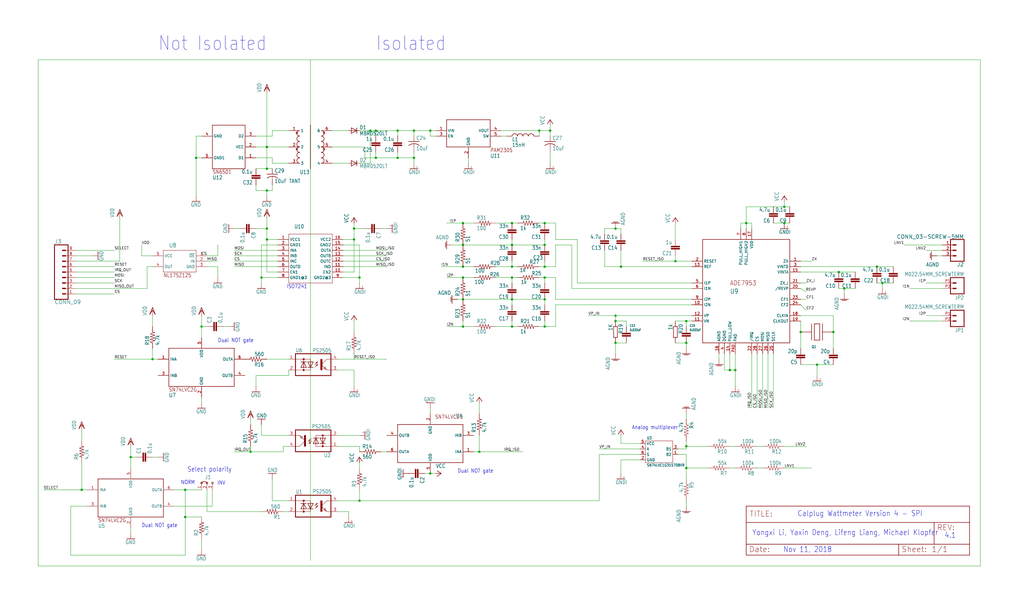
<source format=kicad_sch>
(kicad_sch (version 20220622) (generator eeschema)
  (paper "User" 477.52 285.598)
  (junction (at 320.04 218.44))
  (junction (at 238.76 139.7))
  (junction (at 124.46 78.74))
  (junction (at 223.52 210.82))
  (junction (at 287.02 149.86))
  (junction (at 408.94 124.46))
  (junction (at 215.9 104.14))
  (junction (at 185.42 60.96))
  (junction (at 167.64 129.54))
  (junction (at 91.44 73.66))
  (junction (at 215.9 139.7))
  (junction (at 365.76 96.52))
  (junction (at 238.76 124.46))
  (junction (at 251.46 60.96))
  (junction (at 254 152.4))
  (junction (at 238.76 104.14))
  (junction (at 238.76 129.54))
  (junction (at 121.92 129.54))
  (junction (at 38.1 228.6))
  (junction (at 238.76 152.4))
  (junction (at 124.46 106.68))
  (junction (at 215.9 114.3))
  (junction (at 60.96 213.36))
  (junction (at 388.62 154.94))
  (junction (at 314.96 121.92))
  (junction (at 175.26 73.66))
  (junction (at 289.56 124.46))
  (junction (at 71.12 167.64))
  (junction (at 254 129.54))
  (junction (at 381 170.18))
  (junction (at 193.04 60.96))
  (junction (at 287.02 106.68))
  (junction (at 215.9 152.4))
  (junction (at 86.36 228.6))
  (junction (at 215.9 129.54))
  (junction (at 124.46 88.9))
  (junction (at 391.16 127))
  (junction (at 254 139.7))
  (junction (at 172.72 60.96))
  (junction (at 238.76 114.3))
  (junction (at 124.46 111.76))
  (junction (at 287.02 160.02))
  (junction (at 93.98 152.4))
  (junction (at 254 114.3))
  (junction (at 254 104.14))
  (junction (at 175.26 60.96))
  (junction (at 215.9 124.46))
  (junction (at 320.04 208.28))
  (junction (at 365.76 104.14))
  (junction (at 193.04 73.66))
  (junction (at 411.48 132.08))
  (junction (at 124.46 68.58))
  (junction (at 347.98 104.14))
  (junction (at 165.1 106.68))
  (junction (at 200.66 60.96))
  (junction (at 320.04 160.02))
  (junction (at 373.38 154.94))
  (junction (at 116.84 210.82))
  (junction (at 165.1 111.76))
  (junction (at 393.7 134.62))
  (junction (at 340.36 172.72))
  (junction (at 320.04 149.86))
  (junction (at 200.66 220.98))
  (junction (at 287.02 147.32))
  (junction (at 254 124.46))
  (junction (at 86.36 241.3))
  (junction (at 185.42 73.66))
  (junction (at 167.64 233.68))
  (junction (at 342.9 172.72))
  (junction (at 256.54 60.96))
  (wire (pts (xy 320.04 208.28) (xy 330.2 208.28)))
  (wire (pts (xy 238.76 139.7) (xy 254 139.7)))
  (wire (pts (xy 233.68 60.96) (xy 251.46 60.96)))
  (wire (pts (xy 373.38 154.94) (xy 373.38 149.86)))
  (wire (pts (xy 408.94 132.08) (xy 411.48 132.08)))
  (wire (pts (xy 99.06 236.22) (xy 99.06 228.6)))
  (wire (pts (xy 350.52 190.5) (xy 350.52 165.1)))
  (wire (pts (xy 320.04 212.09) (xy 320.04 218.44)))
  (wire (pts (xy 238.76 114.3) (xy 254 114.3)))
  (wire (pts (xy 355.6 208.28) (xy 353.06 208.28)))
  (wire (pts (xy 200.66 63.5) (xy 200.66 60.96)))
  (wire (pts (xy 238.76 152.4) (xy 238.76 149.86)))
  (wire (pts (xy 96.52 124.46) (xy 101.6 124.46)))
  (wire (pts (xy 241.3 104.14) (xy 238.76 104.14)))
  (wire (pts (xy 17.78 264.16) (xy 457.2 264.16)))
  (wire (pts (xy 167.64 228.6) (xy 167.64 233.68)))
  (wire (pts (xy 365.76 104.14) (xy 360.68 104.14)))
  (wire (pts (xy 314.96 160.02) (xy 320.04 160.02)))
  (wire (pts (xy 269.24 111.76) (xy 269.24 132.08)))
  (wire (pts (xy 38.1 215.9) (xy 38.1 228.6)))
  (wire (pts (xy 365.76 218.44) (xy 378.46 218.44)))
  (wire (pts (xy 157.48 167.64) (xy 165.1 167.64)))
  (wire (pts (xy 165.1 172.72) (xy 165.1 180.34)))
  (wire (pts (xy 342.9 218.44) (xy 340.36 218.44)))
  (wire (pts (xy 215.9 152.4) (xy 208.28 152.4)))
  (wire (pts (xy 289.56 214.63) (xy 298.45 214.63)))
  (wire (pts (xy 119.38 73.66) (xy 127 73.66)))
  (wire (pts (xy 342.9 172.72) (xy 342.9 165.1)))
  (wire (pts (xy 251.46 60.96) (xy 251.46 63.5)))
  (wire (pts (xy 121.92 203.2) (xy 121.92 198.12)))
  (wire (pts (xy 320.04 218.44) (xy 320.04 223.52)))
  (wire (pts (xy 86.36 241.3) (xy 86.36 259.08)))
  (wire (pts (xy 358.14 165.1) (xy 358.14 190.5)))
  (wire (pts (xy 373.38 142.24) (xy 375.92 144.78)))
  (wire (pts (xy 96.52 119.38) (xy 101.6 119.38)))
  (wire (pts (xy 314.96 121.92) (xy 299.72 121.92)))
  (wire (pts (xy 154.94 60.96) (xy 162.56 60.96)))
  (wire (pts (xy 335.28 167.64) (xy 335.28 165.1)))
  (wire (pts (xy 165.1 167.64) (xy 180.34 167.64)))
  (wire (pts (xy 132.08 208.28) (xy 132.08 210.82)))
  (wire (pts (xy 167.64 60.96) (xy 172.72 60.96)))
  (wire (pts (xy 279.4 233.68) (xy 279.4 212.09)))
  (wire (pts (xy 124.46 127) (xy 129.54 127)))
  (wire (pts (xy 119.38 63.5) (xy 127 63.5)))
  (wire (pts (xy 254 129.54) (xy 251.46 129.54)))
  (wire (pts (xy 289.56 116.84) (xy 289.56 124.46)))
  (wire (pts (xy 124.46 167.64) (xy 134.62 167.64)))
  (wire (pts (xy 215.9 104.14) (xy 208.28 104.14)))
  (wire (pts (xy 320.04 152.4) (xy 320.04 149.86)))
  (wire (pts (xy 35.56 129.54) (xy 53.34 129.54)))
  (wire (pts (xy 223.52 210.82) (xy 243.84 210.82)))
  (wire (pts (xy 167.64 129.54) (xy 167.64 114.3)))
  (wire (pts (xy 127 63.5) (xy 127 60.96)))
  (wire (pts (xy 101.6 129.54) (xy 101.6 124.46)))
  (wire (pts (xy 200.66 190.5) (xy 200.66 193.04)))
  (wire (pts (xy 233.68 63.5) (xy 236.22 63.5)))
  (wire (pts (xy 388.62 154.94) (xy 388.62 162.56)))
  (wire (pts (xy 215.9 129.54) (xy 208.28 129.54)))
  (wire (pts (xy 320.04 209.55) (xy 320.04 208.28)))
  (wire (pts (xy 165.1 106.68) (xy 165.1 111.76)))
  (wire (pts (xy 416.56 124.46) (xy 408.94 124.46)))
  (wire (pts (xy 124.46 91.44) (xy 124.46 88.9)))
  (wire (pts (xy 160.02 129.54) (xy 167.64 129.54)))
  (wire (pts (xy 144.78 27.94) (xy 144.78 261.62)))
  (wire (pts (xy 63.5 213.36) (xy 60.96 213.36)))
  (wire (pts (xy 157.48 172.72) (xy 165.1 172.72)))
  (wire (pts (xy 287.02 106.68) (xy 289.56 106.68)))
  (wire (pts (xy 365.76 96.52) (xy 365.76 93.98)))
  (wire (pts (xy 238.76 129.54) (xy 231.14 129.54)))
  (wire (pts (xy 259.08 114.3) (xy 266.7 114.3)))
  (wire (pts (xy 116.84 210.82) (xy 109.22 210.82)))
  (wire (pts (xy 347.98 96.52) (xy 365.76 96.52)))
  (wire (pts (xy 373.38 154.94) (xy 373.38 162.56)))
  (wire (pts (xy 71.12 119.38) (xy 66.04 119.38)))
  (wire (pts (xy 254 124.46) (xy 259.08 124.46)))
  (wire (pts (xy 157.48 238.76) (xy 162.56 238.76)))
  (wire (pts (xy 241.3 129.54) (xy 238.76 129.54)))
  (wire (pts (xy 213.36 139.7) (xy 215.9 139.7)))
  (wire (pts (xy 314.96 119.38) (xy 314.96 121.92)))
  (wire (pts (xy 134.62 172.72) (xy 134.62 175.26)))
  (wire (pts (xy 215.9 114.3) (xy 238.76 114.3)))
  (wire (pts (xy 259.08 139.7) (xy 322.58 139.7)))
  (wire (pts (xy 254 149.86) (xy 254 152.4)))
  (wire (pts (xy 223.52 203.2) (xy 223.52 210.82)))
  (wire (pts (xy 241.3 152.4) (xy 238.76 152.4)))
  (wire (pts (xy 167.64 114.3) (xy 160.02 114.3)))
  (wire (pts (xy 360.68 165.1) (xy 360.68 190.5)))
  (wire (pts (xy 101.6 119.38) (xy 101.6 114.3)))
  (wire (pts (xy 119.38 180.34) (xy 119.38 175.26)))
  (wire (pts (xy 93.98 251.46) (xy 93.98 256.54)))
  (wire (pts (xy 193.04 73.66) (xy 193.04 71.12)))
  (wire (pts (xy 287.02 147.32) (xy 274.32 147.32)))
  (wire (pts (xy 129.54 116.84) (xy 109.22 116.84)))
  (wire (pts (xy 93.98 73.66) (xy 91.44 73.66)))
  (wire (pts (xy 365.76 208.28) (xy 375.92 208.28)))
  (wire (pts (xy 157.48 208.28) (xy 167.64 208.28)))
  (wire (pts (xy 238.76 104.14) (xy 231.14 104.14)))
  (wire (pts (xy 175.26 60.96) (xy 185.42 60.96)))
  (wire (pts (xy 160.02 119.38) (xy 180.34 119.38)))
  (wire (pts (xy 167.64 132.08) (xy 167.64 129.54)))
  (wire (pts (xy 96.52 228.6) (xy 96.52 238.76)))
  (wire (pts (xy 175.26 63.5) (xy 175.26 60.96)))
  (wire (pts (xy 96.52 238.76) (xy 121.92 238.76)))
  (wire (pts (xy 388.62 170.18) (xy 381 170.18)))
  (wire (pts (xy 215.9 124.46) (xy 205.74 124.46)))
  (wire (pts (xy 355.6 165.1) (xy 355.6 190.5)))
  (wire (pts (xy 60.96 213.36) (xy 60.96 218.44)))
  (wire (pts (xy 289.56 203.2) (xy 289.56 207.01)))
  (wire (pts (xy 124.46 78.74) (xy 119.38 78.74)))
  (wire (pts (xy 287.02 147.32) (xy 322.58 147.32)))
  (wire (pts (xy 340.36 172.72) (xy 340.36 165.1)))
  (wire (pts (xy 127 60.96) (xy 134.62 60.96)))
  (wire (pts (xy 393.7 134.62) (xy 398.78 134.62)))
  (wire (pts (xy 411.48 132.08) (xy 416.56 132.08)))
  (wire (pts (xy 129.54 119.38) (xy 109.22 119.38)))
  (wire (pts (xy 251.46 152.4) (xy 254 152.4)))
  (wire (pts (xy 347.98 104.14) (xy 350.52 104.14)))
  (wire (pts (xy 134.62 208.28) (xy 132.08 208.28)))
  (wire (pts (xy 119.38 88.9) (xy 124.46 88.9)))
  (wire (pts (xy 322.58 142.24) (xy 259.08 142.24)))
  (wire (pts (xy 165.1 167.64) (xy 165.1 165.1)))
  (wire (pts (xy 337.82 172.72) (xy 340.36 172.72)))
  (wire (pts (xy 320.04 149.86) (xy 322.58 149.86)))
  (wire (pts (xy 368.3 96.52) (xy 365.76 96.52)))
  (wire (pts (xy 33.02 236.22) (xy 40.64 236.22)))
  (wire (pts (xy 355.6 218.44) (xy 353.06 218.44)))
  (wire (pts (xy 124.46 68.58) (xy 124.46 78.74)))
  (wire (pts (xy 167.64 218.44) (xy 167.64 215.9)))
  (wire (pts (xy 185.42 60.96) (xy 193.04 60.96)))
  (wire (pts (xy 86.36 241.3) (xy 93.98 241.3)))
  (wire (pts (xy 436.88 119.38) (xy 439.42 119.38)))
  (wire (pts (xy 38.1 228.6) (xy 20.32 228.6)))
  (wire (pts (xy 347.98 104.14) (xy 347.98 96.52)))
  (wire (pts (xy 55.88 121.92) (xy 55.88 101.6)))
  (wire (pts (xy 439.42 134.62) (xy 424.18 134.62)))
  (wire (pts (xy 162.56 238.76) (xy 162.56 241.3)))
  (wire (pts (xy 254 152.4) (xy 259.08 152.4)))
  (wire (pts (xy 373.38 134.62) (xy 375.666 136.144)))
  (wire (pts (xy 259.08 142.24) (xy 259.08 152.4)))
  (wire (pts (xy 86.36 228.6) (xy 86.36 241.3)))
  (wire (pts (xy 198.12 220.98) (xy 200.66 220.98)))
  (wire (pts (xy 287.02 149.86) (xy 287.02 147.32)))
  (wire (pts (xy 259.08 139.7) (xy 259.08 129.54)))
  (wire (pts (xy 124.46 106.68) (xy 124.46 111.76)))
  (wire (pts (xy 127 76.2) (xy 134.62 76.2)))
  (wire (pts (xy 60.96 248.92) (xy 60.96 246.38)))
  (wire (pts (xy 347.98 104.14) (xy 347.98 106.68)))
  (wire (pts (xy 320.04 160.02) (xy 320.04 162.56)))
  (wire (pts (xy 81.28 236.22) (xy 99.06 236.22)))
  (wire (pts (xy 281.94 124.46) (xy 289.56 124.46)))
  (wire (pts (xy 287.02 160.02) (xy 292.1 160.02)))
  (wire (pts (xy 223.52 193.04) (xy 223.52 187.96)))
  (wire (pts (xy 373.38 170.18) (xy 381 170.18)))
  (wire (pts (xy 93.98 147.32) (xy 93.98 152.4)))
  (wire (pts (xy 68.58 134.62) (xy 68.58 124.46)))
  (wire (pts (xy 254 142.24) (xy 254 139.7)))
  (wire (pts (xy 160.02 127) (xy 165.1 127)))
  (wire (pts (xy 373.38 147.32) (xy 388.62 147.32)))
  (wire (pts (xy 116.84 208.28) (xy 116.84 210.82)))
  (wire (pts (xy 167.64 208.28) (xy 167.64 210.82)))
  (wire (pts (xy 220.98 210.82) (xy 223.52 210.82)))
  (wire (pts (xy 320.04 149.86) (xy 314.96 149.86)))
  (wire (pts (xy 439.42 114.3) (xy 421.64 114.3)))
  (wire (pts (xy 254 104.14) (xy 251.46 104.14)))
  (wire (pts (xy 289.56 124.46) (xy 322.58 124.46)))
  (wire (pts (xy 220.98 124.46) (xy 215.9 124.46)))
  (wire (pts (xy 256.54 58.42) (xy 256.54 60.96)))
  (wire (pts (xy 368.3 104.14) (xy 365.76 104.14)))
  (wire (pts (xy 289.56 214.63) (xy 289.56 220.98)))
  (wire (pts (xy 215.9 149.86) (xy 215.9 152.4)))
  (wire (pts (xy 215.9 139.7) (xy 238.76 139.7)))
  (wire (pts (xy 124.46 111.76) (xy 124.46 127)))
  (wire (pts (xy 408.94 124.46) (xy 373.38 124.46)))
  (wire (pts (xy 330.2 218.44) (xy 320.04 218.44)))
  (wire (pts (xy 279.4 212.09) (xy 298.45 212.09)))
  (wire (pts (xy 251.46 60.96) (xy 256.54 60.96)))
  (wire (pts (xy 160.02 121.92) (xy 180.34 121.92)))
  (wire (pts (xy 124.46 88.9) (xy 127 88.9)))
  (wire (pts (xy 121.92 132.08) (xy 121.92 129.54)))
  (wire (pts (xy 292.1 152.4) (xy 292.1 149.86)))
  (wire (pts (xy 170.18 73.66) (xy 175.26 73.66)))
  (wire (pts (xy 316.23 209.55) (xy 320.04 209.55)))
  (wire (pts (xy 241.3 124.46) (xy 238.76 124.46)))
  (wire (pts (xy 393.7 134.62) (xy 393.7 137.16)))
  (wire (pts (xy 124.46 101.6) (xy 124.46 106.68)))
  (wire (pts (xy 281.94 116.84) (xy 281.94 124.46)))
  (wire (pts (xy 320.04 193.04) (xy 320.04 195.58)))
  (wire (pts (xy 119.38 86.36) (xy 119.38 88.9)))
  (wire (pts (xy 266.7 114.3) (xy 266.7 134.62)))
  (wire (pts (xy 373.38 127) (xy 391.16 127)))
  (wire (pts (xy 251.46 124.46) (xy 254 124.46)))
  (wire (pts (xy 129.54 121.92) (xy 109.22 121.92)))
  (wire (pts (xy 287.02 165.1) (xy 287.02 160.02)))
  (wire (pts (xy 129.54 124.46) (xy 109.22 124.46)))
  (wire (pts (xy 391.16 127) (xy 398.78 127)))
  (wire (pts (xy 193.04 60.96) (xy 200.66 60.96)))
  (wire (pts (xy 167.64 233.68) (xy 157.48 233.68)))
  (wire (pts (xy 35.56 116.84) (xy 53.34 116.84)))
  (wire (pts (xy 185.42 63.5) (xy 185.42 60.96)))
  (wire (pts (xy 292.1 149.86) (xy 287.02 149.86)))
  (wire (pts (xy 259.08 114.3) (xy 259.08 124.46)))
  (wire (pts (xy 259.08 111.76) (xy 269.24 111.76)))
  (wire (pts (xy 320.04 236.22) (xy 320.04 233.68)))
  (wire (pts (xy 259.08 111.76) (xy 259.08 104.14)))
  (wire (pts (xy 289.56 207.01) (xy 298.45 207.01)))
  (wire (pts (xy 116.84 195.58) (xy 116.84 198.12)))
  (wire (pts (xy 129.54 111.76) (xy 124.46 111.76)))
  (wire (pts (xy 220.98 152.4) (xy 215.9 152.4)))
  (wire (pts (xy 203.2 220.98) (xy 200.66 220.98)))
  (wire (pts (xy 210.82 114.3) (xy 215.9 114.3)))
  (wire (pts (xy 160.02 116.84) (xy 180.34 116.84)))
  (wire (pts (xy 289.56 106.68) (xy 289.56 109.22)))
  (wire (pts (xy 134.62 203.2) (xy 121.92 203.2)))
  (wire (pts (xy 68.58 124.46) (xy 71.12 124.46)))
  (wire (pts (xy 66.04 119.38) (xy 66.04 114.3)))
  (wire (pts (xy 388.62 147.32) (xy 388.62 154.94)))
  (wire (pts (xy 73.66 213.36) (xy 71.12 213.36)))
  (wire (pts (xy 373.38 132.08) (xy 375.92 132.08)))
  (wire (pts (xy 132.08 210.82) (xy 116.84 210.82)))
  (wire (pts (xy 35.56 121.92) (xy 55.88 121.92)))
  (wire (pts (xy 314.96 121.92) (xy 322.58 121.92)))
  (wire (pts (xy 439.42 116.84) (xy 431.8 116.84)))
  (wire (pts (xy 314.96 104.14) (xy 314.96 111.76)))
  (wire (pts (xy 457.2 264.16) (xy 457.2 27.94)))
  (wire (pts (xy 259.08 129.54) (xy 254 129.54)))
  (wire (pts (xy 256.54 76.2) (xy 256.54 71.12)))
  (wire (pts (xy 17.78 27.94) (xy 17.78 264.16)))
  (wire (pts (xy 256.54 60.96) (xy 256.54 63.5)))
  (wire (pts (xy 93.98 152.4) (xy 93.98 157.48)))
  (wire (pts (xy 254 114.3) (xy 254 111.76)))
  (wire (pts (xy 124.46 68.58) (xy 124.46 43.18)))
  (wire (pts (xy 35.56 137.16) (xy 53.34 137.16)))
  (wire (pts (xy 160.02 124.46) (xy 180.34 124.46)))
  (wire (pts (xy 175.26 73.66) (xy 185.42 73.66)))
  (wire (pts (xy 193.04 60.96) (xy 193.04 63.5)))
  (wire (pts (xy 86.36 228.6) (xy 93.98 228.6)))
  (wire (pts (xy 38.1 200.66) (xy 38.1 205.74)))
  (wire (pts (xy 200.66 60.96) (xy 203.2 60.96)))
  (wire (pts (xy 238.76 111.76) (xy 238.76 114.3)))
  (wire (pts (xy 35.56 127) (xy 53.34 127)))
  (wire (pts (xy 170.18 106.68) (xy 165.1 106.68)))
  (wire (pts (xy 254 121.92) (xy 254 124.46)))
  (wire (pts (xy 281.94 106.68) (xy 287.02 106.68)))
  (wire (pts (xy 96.52 121.92) (xy 101.6 121.92)))
  (wire (pts (xy 86.36 259.08) (xy 33.02 259.08)))
  (wire (pts (xy 71.12 147.32) (xy 71.12 152.4)))
  (wire (pts (xy 439.42 149.86) (xy 424.18 149.86)))
  (wire (pts (xy 91.44 63.5) (xy 93.98 63.5)))
  (wire (pts (xy 154.94 68.58) (xy 170.18 68.58)))
  (wire (pts (xy 157.48 203.2) (xy 167.64 203.2)))
  (wire (pts (xy 127 88.9) (xy 127 86.36)))
  (wire (pts (xy 71.12 167.64) (xy 53.34 167.64)))
  (wire (pts (xy 391.16 134.62) (xy 393.7 134.62)))
  (wire (pts (xy 193.04 76.2) (xy 193.04 73.66)))
  (wire (pts (xy 180.34 106.68) (xy 177.8 106.68)))
  (wire (pts (xy 35.56 119.38) (xy 43.18 119.38)))
  (wire (pts (xy 345.44 106.68) (xy 345.44 104.14)))
  (wire (pts (xy 127 73.66) (xy 127 76.2)))
  (wire (pts (xy 71.12 162.56) (xy 71.12 167.64)))
  (wire (pts (xy 439.42 132.08) (xy 431.8 132.08)))
  (wire (pts (xy 119.38 68.58) (xy 124.46 68.58)))
  (wire (pts (xy 180.34 210.82) (xy 177.8 210.82)))
  (wire (pts (xy 154.94 76.2) (xy 162.56 76.2)))
  (wire (pts (xy 238.76 142.24) (xy 238.76 139.7)))
  (wire (pts (xy 165.1 104.14) (xy 165.1 106.68)))
  (wire (pts (xy 121.92 129.54) (xy 121.92 114.3)))
  (wire (pts (xy 316.23 212.09) (xy 320.04 212.09)))
  (wire (pts (xy 342.9 180.34) (xy 342.9 172.72)))
  (wire (pts (xy 35.56 132.08) (xy 53.34 132.08)))
  (wire (pts (xy 281.94 109.22) (xy 281.94 106.68)))
  (wire (pts (xy 167.64 76.2) (xy 172.72 76.2)))
  (wire (pts (xy 129.54 129.54) (xy 121.92 129.54)))
  (wire (pts (xy 165.1 127) (xy 165.1 111.76)))
  (wire (pts (xy 185.42 73.66) (xy 185.42 71.12)))
  (wire (pts (xy 254 132.08) (xy 254 129.54)))
  (wire (pts (xy 38.1 228.6) (xy 40.64 228.6)))
  (wire (pts (xy 165.1 149.86) (xy 165.1 154.94)))
  (wire (pts (xy 220.98 129.54) (xy 215.9 129.54)))
  (wire (pts (xy 127 233.68) (xy 134.62 233.68)))
  (wire (pts (xy 457.2 27.94) (xy 17.78 27.94)))
  (wire (pts (xy 121.92 114.3) (xy 129.54 114.3)))
  (wire (pts (xy 373.38 139.7) (xy 375.92 139.7)))
  (wire (pts (xy 124.46 106.68) (xy 119.38 106.68)))
  (wire (pts (xy 350.52 104.14) (xy 350.52 106.68)))
  (wire (pts (xy 340.36 172.72) (xy 342.9 172.72)))
  (wire (pts (xy 238.76 152.4) (xy 231.14 152.4)))
  (wire (pts (xy 71.12 167.64) (xy 73.66 167.64)))
  (wire (pts (xy 238.76 132.08) (xy 238.76 129.54)))
  (wire (pts (xy 345.44 104.14) (xy 347.98 104.14)))
  (wire (pts (xy 35.56 124.46) (xy 53.34 124.46)))
  (wire (pts (xy 35.56 134.62) (xy 68.58 134.62)))
  (wire (pts (xy 175.26 73.66) (xy 175.26 71.12)))
  (wire (pts (xy 124.46 78.74) (xy 127 78.74)))
  (wire (pts (xy 172.72 60.96) (xy 175.26 60.96)))
  (wire (pts (xy 298.45 209.55) (xy 279.4 209.55)))
  (wire (pts (xy 411.48 132.08) (xy 411.48 134.62)))
  (wire (pts (xy 269.24 132.08) (xy 322.58 132.08)))
  (wire (pts (xy 160.02 111.76) (xy 165.1 111.76)))
  (wire (pts (xy 60.96 208.28) (xy 60.96 213.36)))
  (wire (pts (xy 337.82 172.72) (xy 337.82 165.1)))
  (wire (pts (xy 127 233.68) (xy 127 223.52)))
  (wire (pts (xy 134.62 175.26) (xy 119.38 175.26)))
  (wire (pts (xy 322.58 134.62) (xy 266.7 134.62)))
  (wire (pts (xy 170.18 68.58) (xy 170.18 73.66)))
  (wire (pts (xy 218.44 76.2) (xy 218.44 73.66)))
  (wire (pts (xy 381 170.18) (xy 381 175.26)))
  (wire (pts (xy 439.42 147.32) (xy 431.8 147.32)))
  (wire (pts (xy 373.38 121.92) (xy 378.46 121.92)))
  (wire (pts (xy 167.64 233.68) (xy 279.4 233.68)))
  (wire (pts (xy 124.46 68.58) (xy 134.62 68.58)))
  (wire (pts (xy 91.44 91.44) (xy 91.44 73.66)))
  (wire (pts (xy 109.22 106.68) (xy 111.76 106.68)))
  (wire (pts (xy 320.04 205.74) (xy 320.04 208.28)))
  (wire (pts (xy 96.52 152.4) (xy 93.98 152.4)))
  (wire (pts (xy 203.2 63.5) (xy 200.66 63.5)))
  (wire (pts (xy 185.42 73.66) (xy 193.04 73.66)))
  (wire (pts (xy 93.98 187.96) (xy 93.98 185.42)))
  (wire (pts (xy 91.44 73.66) (xy 91.44 63.5)))
  (wire (pts (xy 106.68 152.4) (xy 104.14 152.4)))
  (wire (pts (xy 220.98 104.14) (xy 215.9 104.14)))
  (wire (pts (xy 33.02 259.08) (xy 33.02 236.22)))
  (wire (pts (xy 259.08 104.14) (xy 254 104.14)))
  (wire (pts (xy 238.76 124.46) (xy 238.76 121.92)))
  (wire (pts (xy 81.28 228.6) (xy 86.36 228.6)))
  (wire (pts (xy 353.06 165.1) (xy 353.06 190.5)))
  (wire (pts (xy 132.08 238.76) (xy 134.62 238.76)))
  (wire (pts (xy 172.72 76.2) (xy 172.72 60.96)))
  (wire (pts (xy 340.36 208.28) (xy 342.9 208.28)))
  (wire (pts (xy 238.76 124.46) (xy 231.14 124.46)))
  (text "ISO7241" (at 133.604 134.874 0) (effects (font (size 1.778 1.5113)) (justify left bottom)))
  (text "Select polarity" (at 87.376 220.472 0) (effects (font (size 2.1844 1.8567)) (justify left bottom)))
  (text "4.1" (at 440.436 251.46 0) (effects (font (size 2.54 2.159)) (justify left bottom)))
  (text "Dual NOT gate" (at 101.6 160.02 0) (effects (font (size 1.778 1.5113)) (justify left bottom)))
  (text "Dual NOT gate" (at 66.04 246.38 0) (effects (font (size 1.778 1.5113)) (justify left bottom)))
  (text "Analog multiplexer" (at 294.64 200.66 0) (effects (font (size 1.778 1.5113)) (justify left bottom)))
  (text "Yongxi Li, Yaxin Deng, Lifeng Liang, Michael Klopfer" (at 350.774 250.19 0) (effects (font (size 2.54 2.159)) (justify left bottom)))
  (text "Dual NOT gate" (at 213.36 220.98 0) (effects (font (size 1.778 1.5113)) (justify left bottom)))
  (text "Nov 11, 2018" (at 365.252 258.064 0) (effects (font (size 2.54 2.159)) (justify left bottom)))
  (text "NORM" (at 84.328 226.314 0) (effects (font (size 1.778 1.5113)) (justify left bottom)))
  (text "Isolated" (at 175.26 24.13 0) (effects (font (size 6.4516 5.4838)) (justify left bottom)))
  (text "INV" (at 101.346 226.568 0) (effects (font (size 1.778 1.5113)) (justify left bottom)))
  (text "Calplug Wattmeter Version 4 - SPI" (at 371.856 241.3 0) (effects (font (size 2.54 2.159)) (justify left bottom)))
  (text "Not Isolated" (at 73.66 24.13 0) (effects (font (size 6.4516 5.4838)) (justify left bottom)))
  (label "IRQ_ISO" (at 234.95 210.82 0) (effects (font (size 1.2446 1.2446))))
  (label "I1P" (at 209.55 104.14 0) (effects (font (size 1.2446 1.2446))))
  (label "RESET_ISO" (at 165.1 167.64 0) (effects (font (size 1.2446 1.2446))))
  (label "MOSI_ISO" (at 175.26 116.84 0) (effects (font (size 1.2446 1.2446))))
  (label "REVP" (at 375.666 136.144 0) (effects (font (size 1.2446 1.2446))))
  (label "CS" (at 109.22 121.92 0) (effects (font (size 1.2446 1.2446))))
  (label "LNV2" (at 431.8 116.84 180) (effects (font (size 1.2446 1.2446))))
  (label "MISO_ISO" (at 358.14 190.5 90) (effects (font (size 1.2446 1.2446))))
  (label "LNV2" (at 370.84 208.28 0) (effects (font (size 1.2446 1.2446))))
  (label "LNV1" (at 365.76 218.44 0) (effects (font (size 1.2446 1.2446))))
  (label "IRQ_OUT" (at 53.34 127 0) (effects (font (size 1.2446 1.2446))))
  (label "RESET_ISO" (at 299.72 121.92 0) (effects (font (size 1.2446 1.2446))))
  (label "SCK" (at 109.22 119.38 0) (effects (font (size 1.2446 1.2446))))
  (label "CS" (at 96.52 119.38 180) (effects (font (size 1.2446 1.2446))))
  (label "SCK" (at 53.34 132.08 0) (effects (font (size 1.2446 1.2446))))
  (label "CS_ISO" (at 353.06 190.5 90) (effects (font (size 1.2446 1.2446))))
  (label "IRQ_OUT" (at 109.22 210.82 0) (effects (font (size 1.2446 1.2446))))
  (label "I1N" (at 424.18 134.62 180) (effects (font (size 1.2446 1.2446))))
  (label "MISO_OUT" (at 53.34 134.62 0) (effects (font (size 1.2446 1.2446))))
  (label "VP_IN" (at 279.4 209.55 0) (effects (font (size 1.2446 1.2446))))
  (label "CF2" (at 375.92 144.78 0) (effects (font (size 1.2446 1.2446))))
  (label "CF1" (at 375.92 139.7 0) (effects (font (size 1.2446 1.2446))))
  (label "SELECT" (at 20.32 228.6 0) (effects (font (size 1.2446 1.2446))))
  (label "I1P" (at 431.8 132.08 180) (effects (font (size 1.2446 1.2446))))
  (label "I1N" (at 205.74 124.46 0) (effects (font (size 1.2446 1.2446))))
  (label "SCK_ISO" (at 175.26 119.38 0) (effects (font (size 1.2446 1.2446))))
  (label "I2N" (at 208.28 152.4 0) (effects (font (size 1.2446 1.2446))))
  (label "MISO_ISO" (at 175.26 124.46 0) (effects (font (size 1.2446 1.2446))))
  (label "RESET" (at 53.34 124.46 0) (effects (font (size 1.2446 1.2446))))
  (label "CS_ISO" (at 175.26 121.92 0) (effects (font (size 1.2446 1.2446))))
  (label "I2P" (at 431.8 147.32 180) (effects (font (size 1.2446 1.2446))))
  (label "ZX" (at 378.46 121.92 0) (effects (font (size 1.2446 1.2446))))
  (label "IRQ_ISO" (at 350.52 190.5 90) (effects (font (size 1.2446 1.2446))))
  (label "VP_IN" (at 274.32 147.32 0) (effects (font (size 1.2446 1.2446))))
  (label "MOSI" (at 109.22 116.84 0) (effects (font (size 1.2446 1.2446))))
  (label "SCK_ISO" (at 360.68 190.5 90) (effects (font (size 1.2446 1.2446))))
  (label "I2P" (at 208.28 129.54 0) (effects (font (size 1.2446 1.2446))))
  (label "MOSI" (at 53.34 129.54 0) (effects (font (size 1.2446 1.2446))))
  (label "VDD" (at 66.04 114.3 0) (effects (font (size 1.2446 1.2446))))
  (label "SELECT" (at 53.34 116.84 0) (effects (font (size 1.2446 1.2446))))
  (label "MISO" (at 109.22 124.46 0) (effects (font (size 1.2446 1.2446))))
  (label "MISO" (at 96.52 121.92 0) (effects (font (size 1.2446 1.2446))))
  (label "MOSI_ISO" (at 355.6 190.5 90) (effects (font (size 1.2446 1.2446))))
  (label "CS" (at 53.34 137.16 0) (effects (font (size 1.2446 1.2446))))
  (label "RESET" (at 53.34 167.64 0) (effects (font (size 1.2446 1.2446))))
  (label "ZX_I" (at 375.92 132.08 0) (effects (font (size 1.2446 1.2446))))
  (label "LNV1" (at 421.64 114.3 180) (effects (font (size 1.2446 1.2446))))
  (label "I2N" (at 424.18 149.86 180) (effects (font (size 1.2446 1.2446))))
  (symbol (lib_id "WattMeter_v4_SPI_Nov19_2018-eagle-import:0402-CAP") (at 401.32 129.54 180) (unit 1)
    (default_instance (reference "U") (unit 1) (value "") (footprint ""))
    (property "Reference" "C11" (at 397.256 132.461 0) (effects (font (size 1.778 1.5113)) (justify left bottom)))
    (property "Value" "0.1u" (at 397.256 127.381 0) (effects (font (size 1.778 1.5113)) (justify left bottom)))
    (property "Footprint" "WattMeter_v4_SPI_Nov19_2018:0402-CAP" (effects hide))
  )
  (symbol (lib_id "WattMeter_v4_SPI_Nov19_2018-eagle-import:GND") (at 93.98 259.08 0) (unit 1)
    (default_instance (reference "U") (unit 1) (value "") (footprint ""))
    (property "Reference" "#GND11" (effects hide))
    (property "Value" "GND" (at 91.44 261.62 0) (effects (font (size 1.778 1.5113)) (justify left bottom)))
    (property "Footprint" "WattMeter_v4_SPI_Nov19_2018:" (effects hide))
  )
  (symbol (lib_id "WattMeter_v4_SPI_Nov19_2018-eagle-import:GND") (at 109.22 152.4 90) (unit 1)
    (default_instance (reference "U") (unit 1) (value "") (footprint ""))
    (property "Reference" "#GND6" (effects hide))
    (property "Value" "GND" (at 111.76 154.94 0) (effects (font (size 1.778 1.5113)) (justify left bottom)))
    (property "Footprint" "WattMeter_v4_SPI_Nov19_2018:" (effects hide))
  )
  (symbol (lib_id "WattMeter_v4_SPI_Nov19_2018-eagle-import:0402-CAP") (at 292.1 111.76 180) (unit 1)
    (default_instance (reference "U") (unit 1) (value "") (footprint ""))
    (property "Reference" "C14" (at 288.036 114.681 0) (effects (font (size 1.778 1.5113)) (justify left bottom)))
    (property "Value" "0.1u" (at 288.036 109.601 0) (effects (font (size 1.778 1.5113)) (justify left bottom)))
    (property "Footprint" "WattMeter_v4_SPI_Nov19_2018:0402-CAP" (effects hide))
  )
  (symbol (lib_id "WattMeter_v4_SPI_Nov19_2018-eagle-import:RESISTOR0603-RES") (at 320.04 200.66 270) (unit 1)
    (default_instance (reference "U") (unit 1) (value "") (footprint ""))
    (property "Reference" "R4" (at 321.5386 196.85 0) (effects (font (size 1.778 1.5113)) (justify left bottom)))
    (property "Value" "4.7k" (at 316.738 196.85 0) (effects (font (size 1.778 1.5113)) (justify left bottom)))
    (property "Footprint" "WattMeter_v4_SPI_Nov19_2018:0603-RES" (effects hide))
  )
  (symbol (lib_id "WattMeter_v4_SPI_Nov19_2018-eagle-import:0402-RES") (at 246.38 124.46 0) (unit 1)
    (default_instance (reference "U") (unit 1) (value "") (footprint ""))
    (property "Reference" "R27" (at 246.888 123.2154 0) (effects (font (size 1.778 1.5113)) (justify left bottom)))
    (property "Value" "1k" (at 242.316 127 0) (effects (font (size 1.778 1.5113)) (justify left bottom)))
    (property "Footprint" "WattMeter_v4_SPI_Nov19_2018:0402-RES" (effects hide))
  )
  (symbol (lib_id "WattMeter_v4_SPI_Nov19_2018-eagle-import:AGND") (at 335.28 170.18 0) (unit 1)
    (default_instance (reference "U") (unit 1) (value "") (footprint ""))
    (property "Reference" "#AGND2" (effects hide))
    (property "Value" "AGND" (at 332.74 175.26 90) (effects (font (size 1.778 1.5113)) (justify left bottom)))
    (property "Footprint" "WattMeter_v4_SPI_Nov19_2018:" (effects hide))
  )
  (symbol (lib_id "WattMeter_v4_SPI_Nov19_2018-eagle-import:AGND") (at 393.7 139.7 0) (unit 1)
    (default_instance (reference "U") (unit 1) (value "") (footprint ""))
    (property "Reference" "#AGND1" (effects hide))
    (property "Value" "AGND" (at 391.16 144.78 90) (effects (font (size 1.778 1.5113)) (justify left bottom)))
    (property "Footprint" "WattMeter_v4_SPI_Nov19_2018:" (effects hide))
  )
  (symbol (lib_id "WattMeter_v4_SPI_Nov19_2018-eagle-import:GND") (at 91.44 93.98 0) (unit 1)
    (default_instance (reference "U") (unit 1) (value "") (footprint ""))
    (property "Reference" "#GND4" (effects hide))
    (property "Value" "GND" (at 88.9 96.52 0) (effects (font (size 1.778 1.5113)) (justify left bottom)))
    (property "Footprint" "WattMeter_v4_SPI_Nov19_2018:" (effects hide))
  )
  (symbol (lib_id "WattMeter_v4_SPI_Nov19_2018-eagle-import:0402-CAP") (at 393.7 129.54 180) (unit 1)
    (default_instance (reference "U") (unit 1) (value "") (footprint ""))
    (property "Reference" "C10" (at 389.636 132.461 0) (effects (font (size 1.778 1.5113)) (justify left bottom)))
    (property "Value" "4.7u" (at 389.636 127.381 0) (effects (font (size 1.778 1.5113)) (justify left bottom)))
    (property "Footprint" "WattMeter_v4_SPI_Nov19_2018:0402-CAP" (effects hide))
  )
  (symbol (lib_id "WattMeter_v4_SPI_Nov19_2018-eagle-import:GND") (at 121.92 195.58 180) (unit 1)
    (default_instance (reference "U") (unit 1) (value "") (footprint ""))
    (property "Reference" "#GND9" (effects hide))
    (property "Value" "GND" (at 124.46 193.04 0) (effects (font (size 1.778 1.5113)) (justify left bottom)))
    (property "Footprint" "WattMeter_v4_SPI_Nov19_2018:" (effects hide))
  )
  (symbol (lib_id "WattMeter_v4_SPI_Nov19_2018-eagle-import:0402-RES") (at 165.1 160.02 90) (unit 1)
    (default_instance (reference "U") (unit 1) (value "") (footprint ""))
    (property "Reference" "R17" (at 163.6014 163.83 0) (effects (font (size 1.778 1.5113)) (justify left bottom)))
    (property "Value" "4.7K" (at 168.402 163.83 0) (effects (font (size 1.778 1.5113)) (justify left bottom)))
    (property "Footprint" "WattMeter_v4_SPI_Nov19_2018:0402-RES" (effects hide))
  )
  (symbol (lib_id "WattMeter_v4_SPI_Nov19_2018-eagle-import:VCC") (at 167.64 213.36 0) (unit 1)
    (default_instance (reference "U") (unit 1) (value "") (footprint ""))
    (property "Reference" "#P+8" (effects hide))
    (property "Value" "VCC" (at 165.1 215.9 90) (effects (font (size 1.778 1.5113)) (justify left bottom)))
    (property "Footprint" "WattMeter_v4_SPI_Nov19_2018:" (effects hide))
  )
  (symbol (lib_id "WattMeter_v4_SPI_Nov19_2018-eagle-import:GNDI") (at 342.9 182.88 0) (unit 1)
    (default_instance (reference "U") (unit 1) (value "") (footprint ""))
    (property "Reference" "#GNDI23" (effects hide))
    (property "Value" "GNDI" (at 340.36 185.42 0) (effects (font (size 1.778 1.5113)) (justify left bottom)))
    (property "Footprint" "WattMeter_v4_SPI_Nov19_2018:" (effects hide))
  )
  (symbol (lib_id "WattMeter_v4_SPI_Nov19_2018-eagle-import:GND") (at 60.96 251.46 0) (unit 1)
    (default_instance (reference "U") (unit 1) (value "") (footprint ""))
    (property "Reference" "#GND13" (effects hide))
    (property "Value" "GND" (at 58.42 254 0) (effects (font (size 1.778 1.5113)) (justify left bottom)))
    (property "Footprint" "WattMeter_v4_SPI_Nov19_2018:" (effects hide))
  )
  (symbol (lib_id "WattMeter_v4_SPI_Nov19_2018-eagle-import:VCC") (at 314.96 101.6 0) (unit 1)
    (default_instance (reference "U") (unit 1) (value "") (footprint ""))
    (property "Reference" "#P+2" (effects hide))
    (property "Value" "VCC" (at 312.42 104.14 90) (effects (font (size 1.778 1.5113)) (justify left bottom)))
    (property "Footprint" "WattMeter_v4_SPI_Nov19_2018:" (effects hide))
  )
  (symbol (lib_id "WattMeter_v4_SPI_Nov19_2018-eagle-import:RESISTOR0603-RES") (at 360.68 218.44 180) (unit 1)
    (default_instance (reference "U") (unit 1) (value "") (footprint ""))
    (property "Reference" "R9" (at 364.49 219.9386 0) (effects (font (size 1.778 1.5113)) (justify left bottom)))
    (property "Value" "100k" (at 364.49 215.138 0) (effects (font (size 1.778 1.5113)) (justify left bottom)))
    (property "Footprint" "WattMeter_v4_SPI_Nov19_2018:0603-RES" (effects hide))
  )
  (symbol (lib_id "WattMeter_v4_SPI_Nov19_2018-eagle-import:FRAME-LETTER") (at 347.98 259.08 0) (unit 2)
    (default_instance (reference "U") (unit 1) (value "") (footprint ""))
    (property "Reference" "#FRAME1" (effects hide))
    (property "Value" "FRAME-LETTER" (effects hide))
    (property "Footprint" "WattMeter_v4_SPI_Nov19_2018:" (effects hide))
  )
  (symbol (lib_id "WattMeter_v4_SPI_Nov19_2018-eagle-import:RESISTOR0603-RES") (at 347.98 218.44 180) (unit 1)
    (default_instance (reference "U") (unit 1) (value "") (footprint ""))
    (property "Reference" "R8" (at 351.79 219.9386 0) (effects (font (size 1.778 1.5113)) (justify left bottom)))
    (property "Value" "100k" (at 351.79 215.138 0) (effects (font (size 1.778 1.5113)) (justify left bottom)))
    (property "Footprint" "WattMeter_v4_SPI_Nov19_2018:0603-RES" (effects hide))
  )
  (symbol (lib_id "WattMeter_v4_SPI_Nov19_2018-eagle-import:0402-RES") (at 93.98 246.38 90) (unit 1)
    (default_instance (reference "U") (unit 1) (value "") (footprint ""))
    (property "Reference" "R2" (at 92.4814 250.19 0) (effects (font (size 1.778 1.5113)) (justify left bottom)))
    (property "Value" "4.7k" (at 97.282 250.19 0) (effects (font (size 1.778 1.5113)) (justify left bottom)))
    (property "Footprint" "WattMeter_v4_SPI_Nov19_2018:0402-RES" (effects hide))
  )
  (symbol (lib_id "WattMeter_v4_SPI_Nov19_2018-eagle-import:AGND") (at 210.82 139.7 270) (unit 1)
    (default_instance (reference "U") (unit 1) (value "") (footprint ""))
    (property "Reference" "#AGND4" (effects hide))
    (property "Value" "AGND" (at 204.216 137.668 90) (effects (font (size 1.778 1.5113)) (justify left bottom)))
    (property "Footprint" "WattMeter_v4_SPI_Nov19_2018:" (effects hide))
  )
  (symbol (lib_id "WattMeter_v4_SPI_Nov19_2018-eagle-import:0402-CAP") (at 187.96 66.04 180) (unit 1)
    (default_instance (reference "U") (unit 1) (value "") (footprint ""))
    (property "Reference" "C26" (at 183.896 68.961 0) (effects (font (size 1.778 1.5113)) (justify left bottom)))
    (property "Value" "0.1u" (at 183.896 63.881 0) (effects (font (size 1.778 1.5113)) (justify left bottom)))
    (property "Footprint" "WattMeter_v4_SPI_Nov19_2018:0402-CAP" (effects hide))
  )
  (symbol (lib_id "WattMeter_v4_SPI_Nov19_2018-eagle-import:GNDI") (at 187.96 220.98 270) (unit 1)
    (default_instance (reference "U") (unit 1) (value "") (footprint ""))
    (property "Reference" "#GNDI10" (effects hide))
    (property "Value" "GNDI" (at 185.42 218.44 0) (effects (font (size 1.778 1.5113)) (justify left bottom)))
    (property "Footprint" "WattMeter_v4_SPI_Nov19_2018:" (effects hide))
  )
  (symbol (lib_id "WattMeter_v4_SPI_Nov19_2018-eagle-import:AGND") (at 208.28 114.3 270) (unit 1)
    (default_instance (reference "U") (unit 1) (value "") (footprint ""))
    (property "Reference" "#AGND5" (effects hide))
    (property "Value" "AGND" (at 203.2 111.76 90) (effects (font (size 1.778 1.5113)) (justify left bottom)))
    (property "Footprint" "WattMeter_v4_SPI_Nov19_2018:" (effects hide))
  )
  (symbol (lib_id "WattMeter_v4_SPI_Nov19_2018-eagle-import:0402-CAP") (at 284.48 111.76 180) (unit 1)
    (default_instance (reference "U") (unit 1) (value "") (footprint ""))
    (property "Reference" "C13" (at 280.416 114.681 0) (effects (font (size 1.778 1.5113)) (justify left bottom)))
    (property "Value" "4.7u" (at 280.416 109.601 0) (effects (font (size 1.778 1.5113)) (justify left bottom)))
    (property "Footprint" "WattMeter_v4_SPI_Nov19_2018:0402-CAP" (effects hide))
  )
  (symbol (lib_id "WattMeter_v4_SPI_Nov19_2018-eagle-import:GND") (at 76.2 213.36 90) (unit 1)
    (default_instance (reference "U") (unit 1) (value "") (footprint ""))
    (property "Reference" "#GND12" (effects hide))
    (property "Value" "GND" (at 78.74 215.9 0) (effects (font (size 1.778 1.5113)) (justify left bottom)))
    (property "Footprint" "WattMeter_v4_SPI_Nov19_2018:" (effects hide))
  )
  (symbol (lib_id "WattMeter_v4_SPI_Nov19_2018-eagle-import:0402-CAP") (at 177.8 66.04 180) (unit 1)
    (default_instance (reference "U") (unit 1) (value "") (footprint ""))
    (property "Reference" "C25" (at 173.736 68.961 0) (effects (font (size 1.778 1.5113)) (justify left bottom)))
    (property "Value" "1u" (at 173.736 63.881 0) (effects (font (size 1.778 1.5113)) (justify left bottom)))
    (property "Footprint" "WattMeter_v4_SPI_Nov19_2018:0402-CAP" (effects hide))
  )
  (symbol (lib_id "WattMeter_v4_SPI_Nov19_2018-eagle-import:0402-RES") (at 215.9 109.22 90) (unit 1)
    (default_instance (reference "U") (unit 1) (value "") (footprint ""))
    (property "Reference" "R30" (at 214.4014 113.03 0) (effects (font (size 1.778 1.5113)) (justify left bottom)))
    (property "Value" "51" (at 219.202 113.03 0) (effects (font (size 1.778 1.5113)) (justify left bottom)))
    (property "Footprint" "WattMeter_v4_SPI_Nov19_2018:0402-RES" (effects hide))
  )
  (symbol (lib_id "WattMeter_v4_SPI_Nov19_2018-eagle-import:VDD") (at 124.46 40.64 0) (unit 1)
    (default_instance (reference "U") (unit 1) (value "") (footprint ""))
    (property "Reference" "#VDD2" (effects hide))
    (property "Value" "VDD" (at 121.92 43.18 90) (effects (font (size 1.778 1.5113)) (justify left bottom)))
    (property "Footprint" "WattMeter_v4_SPI_Nov19_2018:" (effects hide))
  )
  (symbol (lib_id "WattMeter_v4_SPI_Nov19_2018-eagle-import:0402-RES") (at 167.64 223.52 90) (unit 1)
    (default_instance (reference "U") (unit 1) (value "") (footprint ""))
    (property "Reference" "R3" (at 166.1414 227.33 0) (effects (font (size 1.778 1.5113)) (justify left bottom)))
    (property "Value" "4.7k" (at 170.942 227.33 0) (effects (font (size 1.778 1.5113)) (justify left bottom)))
    (property "Footprint" "WattMeter_v4_SPI_Nov19_2018:0402-RES" (effects hide))
  )
  (symbol (lib_id "WattMeter_v4_SPI_Nov19_2018-eagle-import:VDD") (at 93.98 144.78 0) (unit 1)
    (default_instance (reference "U") (unit 1) (value "") (footprint ""))
    (property "Reference" "#VDD6" (effects hide))
    (property "Value" "VDD" (at 91.44 147.32 90) (effects (font (size 1.778 1.5113)) (justify left bottom)))
    (property "Footprint" "WattMeter_v4_SPI_Nov19_2018:" (effects hide))
  )
  (symbol (lib_id "WattMeter_v4_SPI_Nov19_2018-eagle-import:0402-RES") (at 215.9 144.78 90) (unit 1)
    (default_instance (reference "U") (unit 1) (value "") (footprint ""))
    (property "Reference" "R23" (at 214.4014 148.59 0) (effects (font (size 1.778 1.5113)) (justify left bottom)))
    (property "Value" "51" (at 219.202 148.59 0) (effects (font (size 1.778 1.5113)) (justify left bottom)))
    (property "Footprint" "WattMeter_v4_SPI_Nov19_2018:0402-RES" (effects hide))
  )
  (symbol (lib_id "WattMeter_v4_SPI_Nov19_2018-eagle-import:NL17SZ125") (at 83.82 121.92 0) (unit 1)
    (default_instance (reference "U") (unit 1) (value "") (footprint ""))
    (property "Reference" "U8" (at 78.74 115.57 0) (effects (font (size 1.9304 1.6408)) (justify left bottom)))
    (property "Value" "NL17SZ125" (effects hide))
    (property "Footprint" "WattMeter_v4_SPI_Nov19_2018:NL17SZ125" (effects hide))
  )
  (symbol (lib_id "WattMeter_v4_SPI_Nov19_2018-eagle-import:0402-CAP") (at 363.22 99.06 180) (unit 1)
    (default_instance (reference "U") (unit 1) (value "") (footprint ""))
    (property "Reference" "C6" (at 359.156 101.981 0) (effects (font (size 1.778 1.5113)) (justify left bottom)))
    (property "Value" "4.7u" (at 359.156 96.901 0) (effects (font (size 1.778 1.5113)) (justify left bottom)))
    (property "Footprint" "WattMeter_v4_SPI_Nov19_2018:0402-CAP" (effects hide))
  )
  (symbol (lib_id "WattMeter_v4_SPI_Nov19_2018-eagle-import:GNDI") (at 182.88 106.68 90) (unit 1)
    (default_instance (reference "U") (unit 1) (value "") (footprint ""))
    (property "Reference" "#GNDI5" (effects hide))
    (property "Value" "GNDI" (at 185.42 109.22 0) (effects (font (size 1.778 1.5113)) (justify left bottom)))
    (property "Footprint" "WattMeter_v4_SPI_Nov19_2018:" (effects hide))
  )
  (symbol (lib_id "WattMeter_v4_SPI_Nov19_2018-eagle-import:GND") (at 45.72 119.38 90) (unit 1)
    (default_instance (reference "U") (unit 1) (value "") (footprint ""))
    (property "Reference" "#GND1" (effects hide))
    (property "Value" "GND" (at 48.26 121.92 0) (effects (font (size 1.778 1.5113)) (justify left bottom)))
    (property "Footprint" "WattMeter_v4_SPI_Nov19_2018:" (effects hide))
  )
  (symbol (lib_id "WattMeter_v4_SPI_Nov19_2018-eagle-import:SN74LVC") (at 215.9 198.12 180) (unit 1)
    (default_instance (reference "U") (unit 1) (value "") (footprint ""))
    (property "Reference" "U4" (at 215.9 193.04 0) (effects (font (size 1.778 1.5113)) (justify left bottom)))
    (property "Value" "SN74LVC" (effects hide))
    (property "Footprint" "WattMeter_v4_SPI_Nov19_2018:DCKT" (effects hide))
  )
  (symbol (lib_id "WattMeter_v4_SPI_Nov19_2018-eagle-import:R-EU_") (at 287.02 154.94 270) (unit 1)
    (default_instance (reference "U") (unit 1) (value "") (footprint ""))
    (property "Reference" "R19" (at 288.5186 151.13 0) (effects (font (size 1.778 1.5113)) (justify left bottom)))
    (property "Value" "1K" (at 283.718 151.13 0) (effects (font (size 1.778 1.5113)) (justify left bottom)))
    (property "Footprint" "WattMeter_v4_SPI_Nov19_2018:C0805K@1" (effects hide))
  )
  (symbol (lib_id "WattMeter_v4_SPI_Nov19_2018-eagle-import:VCC") (at 365.76 91.44 0) (unit 1)
    (default_instance (reference "U") (unit 1) (value "") (footprint ""))
    (property "Reference" "#P+1" (effects hide))
    (property "Value" "VCC" (at 363.22 93.98 90) (effects (font (size 1.778 1.5113)) (justify left bottom)))
    (property "Footprint" "WattMeter_v4_SPI_Nov19_2018:" (effects hide))
  )
  (symbol (lib_id "WattMeter_v4_SPI_Nov19_2018-eagle-import:MBR0520LT") (at 165.1 76.2 0) (unit 1)
    (default_instance (reference "U") (unit 1) (value "") (footprint ""))
    (property "Reference" "D2" (at 167.64 75.7174 0) (effects (font (size 1.778 1.5113)) (justify left bottom)))
    (property "Value" "MBR0520LT" (at 167.64 78.5114 0) (effects (font (size 1.778 1.5113)) (justify left bottom)))
    (property "Footprint" "WattMeter_v4_SPI_Nov19_2018:SOD123" (effects hide))
  )
  (symbol (lib_id "WattMeter_v4_SPI_Nov19_2018-eagle-import:AGND") (at 320.04 190.5 180) (unit 1)
    (default_instance (reference "U") (unit 1) (value "") (footprint ""))
    (property "Reference" "#AGND10" (effects hide))
    (property "Value" "AGND" (at 322.58 185.42 90) (effects (font (size 1.778 1.5113)) (justify left bottom)))
    (property "Footprint" "WattMeter_v4_SPI_Nov19_2018:" (effects hide))
  )
  (symbol (lib_id "WattMeter_v4_SPI_Nov19_2018-eagle-import:PS2505") (at 144.78 236.22 0) (unit 1)
    (default_instance (reference "U") (unit 1) (value "") (footprint ""))
    (property "Reference" "U1" (at 137.795 230.505 0) (effects (font (size 1.778 1.5113)) (justify left bottom)))
    (property "Value" "PS2505" (at 145.669 230.378 0) (effects (font (size 1.778 1.5113)) (justify left bottom)))
    (property "Footprint" "WattMeter_v4_SPI_Nov19_2018:PS2505" (effects hide))
  )
  (symbol (lib_id "WattMeter_v4_SPI_Nov19_2018-eagle-import:RESISTOR0603-RES") (at 320.04 228.6 270) (unit 1)
    (default_instance (reference "U") (unit 1) (value "") (footprint ""))
    (property "Reference" "R5" (at 321.5386 224.79 0) (effects (font (size 1.778 1.5113)) (justify left bottom)))
    (property "Value" "4.7k" (at 316.738 224.79 0) (effects (font (size 1.778 1.5113)) (justify left bottom)))
    (property "Footprint" "WattMeter_v4_SPI_Nov19_2018:0603-RES" (effects hide))
  )
  (symbol (lib_id "WattMeter_v4_SPI_Nov19_2018-eagle-import:C-USC0603") (at 193.04 66.04 0) (unit 1)
    (default_instance (reference "U") (unit 1) (value "") (footprint ""))
    (property "Reference" "C24" (at 194.056 65.405 0) (effects (font (size 1.778 1.5113)) (justify left bottom)))
    (property "Value" "10uF" (at 194.056 70.231 0) (effects (font (size 1.778 1.5113)) (justify left bottom)))
    (property "Footprint" "WattMeter_v4_SPI_Nov19_2018:C0603" (effects hide))
  )
  (symbol (lib_id "WattMeter_v4_SPI_Nov19_2018-eagle-import:0402-CAP") (at 256.54 106.68 180) (unit 1)
    (default_instance (reference "U") (unit 1) (value "") (footprint ""))
    (property "Reference" "C31" (at 252.476 109.601 0) (effects (font (size 1.778 1.5113)) (justify left bottom)))
    (property "Value" "33n" (at 252.476 104.521 0) (effects (font (size 1.778 1.5113)) (justify left bottom)))
    (property "Footprint" "WattMeter_v4_SPI_Nov19_2018:0402-CAP" (effects hide))
  )
  (symbol (lib_id "WattMeter_v4_SPI_Nov19_2018-eagle-import:VCC") (at 256.54 55.88 0) (unit 1)
    (default_instance (reference "U") (unit 1) (value "") (footprint ""))
    (property "Reference" "#P+5" (effects hide))
    (property "Value" "VCC" (at 254 58.42 90) (effects (font (size 1.778 1.5113)) (justify left bottom)))
    (property "Footprint" "WattMeter_v4_SPI_Nov19_2018:" (effects hide))
  )
  (symbol (lib_id "WattMeter_v4_SPI_Nov19_2018-eagle-import:GND") (at 106.68 106.68 270) (unit 1)
    (default_instance (reference "U") (unit 1) (value "") (footprint ""))
    (property "Reference" "#GND5" (effects hide))
    (property "Value" "GND" (at 104.14 104.14 0) (effects (font (size 1.778 1.5113)) (justify left bottom)))
    (property "Footprint" "WattMeter_v4_SPI_Nov19_2018:" (effects hide))
  )
  (symbol (lib_id "WattMeter_v4_SPI_Nov19_2018-eagle-import:0402-RES") (at 127 238.76 180) (unit 1)
    (default_instance (reference "U") (unit 1) (value "") (footprint ""))
    (property "Reference" "R1" (at 130.81 240.2586 0) (effects (font (size 1.778 1.5113)) (justify left bottom)))
    (property "Value" "560" (at 130.81 235.458 0) (effects (font (size 1.778 1.5113)) (justify left bottom)))
    (property "Footprint" "WattMeter_v4_SPI_Nov19_2018:0402-RES" (effects hide))
  )
  (symbol (lib_id "WattMeter_v4_SPI_Nov19_2018-eagle-import:CONN_03-SCREW-5MM") (at 447.04 116.84 180) (unit 1)
    (default_instance (reference "U") (unit 1) (value "") (footprint ""))
    (property "Reference" "J2" (at 449.58 122.428 0) (effects (font (size 1.778 1.778)) (justify left bottom)))
    (property "Value" "CONN_03-SCREW-5MM" (at 449.58 109.474 0) (effects (font (size 1.778 1.778)) (justify left bottom)))
    (property "Footprint" "WattMeter_v4_SPI_Nov19_2018:SCREWTERMINAL-5MM-3" (effects hide))
  )
  (symbol (lib_id "WattMeter_v4_SPI_Nov19_2018-eagle-import:0402-CAP") (at 391.16 165.1 180) (unit 1)
    (default_instance (reference "U") (unit 1) (value "") (footprint ""))
    (property "Reference" "C4" (at 387.096 168.021 0) (effects (font (size 1.778 1.5113)) (justify left bottom)))
    (property "Value" "20p" (at 387.096 162.941 0) (effects (font (size 1.778 1.5113)) (justify left bottom)))
    (property "Footprint" "WattMeter_v4_SPI_Nov19_2018:0402-CAP" (effects hide))
  )
  (symbol (lib_id "WattMeter_v4_SPI_Nov19_2018-eagle-import:GNDI") (at 162.56 243.84 0) (unit 1)
    (default_instance (reference "U") (unit 1) (value "") (footprint ""))
    (property "Reference" "#GNDI1" (effects hide))
    (property "Value" "GNDI" (at 160.02 246.38 0) (effects (font (size 1.778 1.5113)) (justify left bottom)))
    (property "Footprint" "WattMeter_v4_SPI_Nov19_2018:" (effects hide))
  )
  (symbol (lib_id "WattMeter_v4_SPI_Nov19_2018-eagle-import:0402-CAP") (at 101.6 154.94 90) (unit 1)
    (default_instance (reference "U") (unit 1) (value "") (footprint ""))
    (property "Reference" "C3" (at 98.679 150.876 0) (effects (font (size 1.778 1.5113)) (justify left bottom)))
    (property "Value" "0.1u" (at 103.759 150.876 0) (effects (font (size 1.778 1.5113)) (justify left bottom)))
    (property "Footprint" "WattMeter_v4_SPI_Nov19_2018:0402-CAP" (effects hide))
  )
  (symbol (lib_id "WattMeter_v4_SPI_Nov19_2018-eagle-import:GNDI") (at 411.48 137.16 0) (unit 1)
    (default_instance (reference "U") (unit 1) (value "") (footprint ""))
    (property "Reference" "#GNDI17" (effects hide))
    (property "Value" "GNDI" (at 408.94 139.7 0) (effects (font (size 1.778 1.5113)) (justify left bottom)))
    (property "Footprint" "WattMeter_v4_SPI_Nov19_2018:" (effects hide))
  )
  (symbol (lib_id "WattMeter_v4_SPI_Nov19_2018-eagle-import:GNDI") (at 200.66 187.96 180) (unit 1)
    (default_instance (reference "U") (unit 1) (value "") (footprint ""))
    (property "Reference" "#GNDI8" (effects hide))
    (property "Value" "GNDI" (at 203.2 185.42 0) (effects (font (size 1.778 1.5113)) (justify left bottom)))
    (property "Footprint" "WattMeter_v4_SPI_Nov19_2018:" (effects hide))
  )
  (symbol (lib_id "WattMeter_v4_SPI_Nov19_2018-eagle-import:0402-RES") (at 119.38 167.64 180) (unit 1)
    (default_instance (reference "U") (unit 1) (value "") (footprint ""))
    (property "Reference" "R16" (at 123.19 169.1386 0) (effects (font (size 1.778 1.5113)) (justify left bottom)))
    (property "Value" "560" (at 123.19 164.338 0) (effects (font (size 1.778 1.5113)) (justify left bottom)))
    (property "Footprint" "WattMeter_v4_SPI_Nov19_2018:0402-RES" (effects hide))
  )
  (symbol (lib_id "WattMeter_v4_SPI_Nov19_2018-eagle-import:0402-CAP") (at 419.1 127 180) (unit 1)
    (default_instance (reference "U") (unit 1) (value "") (footprint ""))
    (property "Reference" "C18" (at 415.036 129.921 0) (effects (font (size 1.778 1.5113)) (justify left bottom)))
    (property "Value" "0.1u" (at 415.036 124.841 0) (effects (font (size 1.778 1.5113)) (justify left bottom)))
    (property "Footprint" "WattMeter_v4_SPI_Nov19_2018:0402-CAP" (effects hide))
  )
  (symbol (lib_id "WattMeter_v4_SPI_Nov19_2018-eagle-import:GND") (at 101.6 132.08 0) (unit 1)
    (default_instance (reference "U") (unit 1) (value "") (footprint ""))
    (property "Reference" "#GND14" (effects hide))
    (property "Value" "GND" (at 99.06 134.62 0) (effects (font (size 1.778 1.5113)) (justify left bottom)))
    (property "Footprint" "WattMeter_v4_SPI_Nov19_2018:" (effects hide))
  )
  (symbol (lib_id "WattMeter_v4_SPI_Nov19_2018-eagle-import:0402-RES") (at 226.06 104.14 0) (unit 1)
    (default_instance (reference "U") (unit 1) (value "") (footprint ""))
    (property "Reference" "R31" (at 222.25 102.6414 0) (effects (font (size 1.778 1.5113)) (justify left bottom)))
    (property "Value" "100" (at 222.25 107.442 0) (effects (font (size 1.778 1.5113)) (justify left bottom)))
    (property "Footprint" "WattMeter_v4_SPI_Nov19_2018:0402-RES" (effects hide))
  )
  (symbol (lib_id "WattMeter_v4_SPI_Nov19_2018-eagle-import:IND0402") (at 238.76 63.5 0) (unit 1)
    (default_instance (reference "U") (unit 1) (value "") (footprint ""))
    (property "Reference" "L1" (at 238.76 66.04 0) (effects (font (size 1.778 1.5113)) (justify left bottom)))
    (property "Value" "15nH" (at 238.76 68.58 0) (effects (font (size 1.778 1.5113)) (justify left bottom)))
    (property "Footprint" "WattMeter_v4_SPI_Nov19_2018:0402-RES" (effects hide))
  )
  (symbol (lib_id "WattMeter_v4_SPI_Nov19_2018-eagle-import:SN74LVC1G3157DBVR") (at 307.34 210.82 0) (unit 1)
    (default_instance (reference "U") (unit 1) (value "") (footprint ""))
    (property "Reference" "U3" (at 301.625 205.105 0) (effects (font (size 1.27 1.0795)) (justify left bottom)))
    (property "Value" "SN74LVC1G3157DBVR" (at 301.625 217.805 0) (effects (font (size 1.27 1.0795)) (justify left bottom)))
    (property "Footprint" "WattMeter_v4_SPI_Nov19_2018:SOT-23-6" (effects hide))
  )
  (symbol (lib_id "WattMeter_v4_SPI_Nov19_2018-eagle-import:0402-CAP") (at 241.3 106.68 180) (unit 1)
    (default_instance (reference "U") (unit 1) (value "") (footprint ""))
    (property "Reference" "C30" (at 237.236 109.601 0) (effects (font (size 1.778 1.5113)) (justify left bottom)))
    (property "Value" "33n" (at 237.236 104.521 0) (effects (font (size 1.778 1.5113)) (justify left bottom)))
    (property "Footprint" "WattMeter_v4_SPI_Nov19_2018:0402-CAP" (effects hide))
  )
  (symbol (lib_id "WattMeter_v4_SPI_Nov19_2018-eagle-import:GNDI") (at 165.1 182.88 0) (unit 1)
    (default_instance (reference "U") (unit 1) (value "") (footprint ""))
    (property "Reference" "#GNDI7" (effects hide))
    (property "Value" "GNDI" (at 162.56 185.42 0) (effects (font (size 1.778 1.5113)) (justify left bottom)))
    (property "Footprint" "WattMeter_v4_SPI_Nov19_2018:" (effects hide))
  )
  (symbol (lib_id "WattMeter_v4_SPI_Nov19_2018-eagle-import:0402-CAP") (at 172.72 104.14 270) (unit 1)
    (default_instance (reference "U") (unit 1) (value "") (footprint ""))
    (property "Reference" "C7" (at 175.641 108.204 0) (effects (font (size 1.778 1.5113)) (justify left bottom)))
    (property "Value" "0.1u" (at 170.561 108.204 0) (effects (font (size 1.778 1.5113)) (justify left bottom)))
    (property "Footprint" "WattMeter_v4_SPI_Nov19_2018:0402-CAP" (effects hide))
  )
  (symbol (lib_id "WattMeter_v4_SPI_Nov19_2018-eagle-import:QUARTZ_3.58M_2PIN") (at 381 160.02 0) (unit 1)
    (default_instance (reference "U") (unit 1) (value "") (footprint ""))
    (property "Reference" "Q1" (at 378.46 162.56 0) (effects (font (size 1.27 1.0795)) (justify left bottom)))
    (property "Value" "QUARTZ_3.58M_2PIN" (effects hide))
    (property "Footprint" "WattMeter_v4_SPI_Nov19_2018:HC-49S" (effects hide))
  )
  (symbol (lib_id "WattMeter_v4_SPI_Nov19_2018-eagle-import:AGND") (at 320.04 238.76 0) (unit 1)
    (default_instance (reference "U") (unit 1) (value "") (footprint ""))
    (property "Reference" "#AGND9" (effects hide))
    (property "Value" "AGND" (at 317.5 243.84 90) (effects (font (size 1.778 1.5113)) (justify left bottom)))
    (property "Footprint" "WattMeter_v4_SPI_Nov19_2018:" (effects hide))
  )
  (symbol (lib_id "WattMeter_v4_SPI_Nov19_2018-eagle-import:0402-CAP") (at 256.54 144.78 180) (unit 1)
    (default_instance (reference "U") (unit 1) (value "") (footprint ""))
    (property "Reference" "C16" (at 252.476 147.701 0) (effects (font (size 1.778 1.5113)) (justify left bottom)))
    (property "Value" "33n" (at 252.476 142.621 0) (effects (font (size 1.778 1.5113)) (justify left bottom)))
    (property "Footprint" "WattMeter_v4_SPI_Nov19_2018:0402-CAP" (effects hide))
  )
  (symbol (lib_id "WattMeter_v4_SPI_Nov19_2018-eagle-import:ADE7953") (at 327.66 160.02 0) (unit 1)
    (default_instance (reference "U") (unit 1) (value "") (footprint ""))
    (property "Reference" "U9" (at 340.36 137.16 0) (effects (font (size 2.1844 1.8567)) (justify left bottom)))
    (property "Value" "ADE7953" (effects hide))
    (property "Footprint" "WattMeter_v4_SPI_Nov19_2018:28-WFQFN" (effects hide))
  )
  (symbol (lib_id "WattMeter_v4_SPI_Nov19_2018-eagle-import:0402-RES") (at 246.38 104.14 0) (unit 1)
    (default_instance (reference "U") (unit 1) (value "") (footprint ""))
    (property "Reference" "R32" (at 242.57 102.6414 0) (effects (font (size 1.778 1.5113)) (justify left bottom)))
    (property "Value" "1k" (at 242.57 107.442 0) (effects (font (size 1.778 1.5113)) (justify left bottom)))
    (property "Footprint" "WattMeter_v4_SPI_Nov19_2018:0402-RES" (effects hide))
  )
  (symbol (lib_id "WattMeter_v4_SPI_Nov19_2018-eagle-import:R-EU_") (at 314.96 154.94 270) (unit 1)
    (default_instance (reference "U") (unit 1) (value "") (footprint ""))
    (property "Reference" "R20" (at 316.4586 151.13 0) (effects (font (size 1.778 1.5113)) (justify left bottom)))
    (property "Value" "1k" (at 311.658 151.13 0) (effects (font (size 1.778 1.5113)) (justify left bottom)))
    (property "Footprint" "WattMeter_v4_SPI_Nov19_2018:C0805K@1" (effects hide))
  )
  (symbol (lib_id "WattMeter_v4_SPI_Nov19_2018-eagle-import:VCC") (at 165.1 101.6 0) (unit 1)
    (default_instance (reference "U") (unit 1) (value "") (footprint ""))
    (property "Reference" "#P+4" (effects hide))
    (property "Value" "VCC" (at 162.56 104.14 90) (effects (font (size 1.778 1.5113)) (justify left bottom)))
    (property "Footprint" "WattMeter_v4_SPI_Nov19_2018:" (effects hide))
  )
  (symbol (lib_id "WattMeter_v4_SPI_Nov19_2018-eagle-import:VCC") (at 205.74 220.98 270) (unit 1)
    (default_instance (reference "U") (unit 1) (value "") (footprint ""))
    (property "Reference" "#P+9" (effects hide))
    (property "Value" "VCC" (at 203.2 218.44 90) (effects (font (size 1.778 1.5113)) (justify left bottom)))
    (property "Footprint" "WattMeter_v4_SPI_Nov19_2018:" (effects hide))
  )
  (symbol (lib_id "WattMeter_v4_SPI_Nov19_2018-eagle-import:VDD") (at 38.1 198.12 0) (unit 1)
    (default_instance (reference "U") (unit 1) (value "") (footprint ""))
    (property "Reference" "#VDD9" (effects hide))
    (property "Value" "VDD" (at 35.56 200.66 90) (effects (font (size 1.778 1.5113)) (justify left bottom)))
    (property "Footprint" "WattMeter_v4_SPI_Nov19_2018:" (effects hide))
  )
  (symbol (lib_id "WattMeter_v4_SPI_Nov19_2018-eagle-import:C-USC0603") (at 256.54 66.04 0) (unit 1)
    (default_instance (reference "U") (unit 1) (value "") (footprint ""))
    (property "Reference" "C27" (at 257.556 65.405 0) (effects (font (size 1.778 1.5113)) (justify left bottom)))
    (property "Value" "10uF" (at 257.556 70.231 0) (effects (font (size 1.778 1.5113)) (justify left bottom)))
    (property "Footprint" "WattMeter_v4_SPI_Nov19_2018:C0603" (effects hide))
  )
  (symbol (lib_id "WattMeter_v4_SPI_Nov19_2018-eagle-import:GNDI") (at 381 177.8 0) (unit 1)
    (default_instance (reference "U") (unit 1) (value "") (footprint ""))
    (property "Reference" "#GNDI22" (effects hide))
    (property "Value" "GNDI" (at 378.46 180.34 0) (effects (font (size 1.778 1.5113)) (justify left bottom)))
    (property "Footprint" "WattMeter_v4_SPI_Nov19_2018:" (effects hide))
  )
  (symbol (lib_id "WattMeter_v4_SPI_Nov19_2018-eagle-import:PS2505") (at 144.78 170.18 0) (unit 1)
    (default_instance (reference "U") (unit 1) (value "") (footprint ""))
    (property "Reference" "U6" (at 137.795 164.465 0) (effects (font (size 1.778 1.5113)) (justify left bottom)))
    (property "Value" "PS2505" (at 145.669 164.592 0) (effects (font (size 1.778 1.5113)) (justify left bottom)))
    (property "Footprint" "WattMeter_v4_SPI_Nov19_2018:PS2505" (effects hide))
  )
  (symbol (lib_id "WattMeter_v4_SPI_Nov19_2018-eagle-import:GND") (at 127 220.98 180) (unit 1)
    (default_instance (reference "U") (unit 1) (value "") (footprint ""))
    (property "Reference" "#GND10" (effects hide))
    (property "Value" "GND" (at 129.54 218.44 0) (effects (font (size 1.778 1.5113)) (justify left bottom)))
    (property "Footprint" "WattMeter_v4_SPI_Nov19_2018:" (effects hide))
  )
  (symbol (lib_id "WattMeter_v4_SPI_Nov19_2018-eagle-import:RESISTOR0603-RES") (at 347.98 208.28 180) (unit 1)
    (default_instance (reference "U") (unit 1) (value "") (footprint ""))
    (property "Reference" "R11" (at 351.79 209.7786 0) (effects (font (size 1.778 1.5113)) (justify left bottom)))
    (property "Value" "100k" (at 351.79 204.978 0) (effects (font (size 1.778 1.5113)) (justify left bottom)))
    (property "Footprint" "WattMeter_v4_SPI_Nov19_2018:0603-RES" (effects hide))
  )
  (symbol (lib_id "WattMeter_v4_SPI_Nov19_2018-eagle-import:0402-CAP") (at 241.3 116.84 180) (unit 1)
    (default_instance (reference "U") (unit 1) (value "") (footprint ""))
    (property "Reference" "C28" (at 237.236 119.761 0) (effects (font (size 1.778 1.5113)) (justify left bottom)))
    (property "Value" "33n" (at 237.236 114.681 0) (effects (font (size 1.778 1.5113)) (justify left bottom)))
    (property "Footprint" "WattMeter_v4_SPI_Nov19_2018:0402-CAP" (effects hide))
  )
  (symbol (lib_id "WattMeter_v4_SPI_Nov19_2018-eagle-import:0402-CAP") (at 375.92 165.1 180) (unit 1)
    (default_instance (reference "U") (unit 1) (value "") (footprint ""))
    (property "Reference" "C5" (at 371.856 168.021 0) (effects (font (size 1.778 1.5113)) (justify left bottom)))
    (property "Value" "20p" (at 371.856 162.941 0) (effects (font (size 1.778 1.5113)) (justify left bottom)))
    (property "Footprint" "WattMeter_v4_SPI_Nov19_2018:0402-CAP" (effects hide))
  )
  (symbol (lib_id "WattMeter_v4_SPI_Nov19_2018-eagle-import:0402-RES") (at 116.84 203.2 90) (unit 1)
    (default_instance (reference "U") (unit 1) (value "") (footprint ""))
    (property "Reference" "R15" (at 115.3414 207.01 0) (effects (font (size 1.778 1.5113)) (justify left bottom)))
    (property "Value" "4.7k" (at 120.142 207.01 0) (effects (font (size 1.778 1.5113)) (justify left bottom)))
    (property "Footprint" "WattMeter_v4_SPI_Nov19_2018:0402-RES" (effects hide))
  )
  (symbol (lib_id "WattMeter_v4_SPI_Nov19_2018-eagle-import:0402-RES") (at 226.06 129.54 0) (unit 1)
    (default_instance (reference "U") (unit 1) (value "") (footprint ""))
    (property "Reference" "R26" (at 228.346 129.0574 0) (effects (font (size 1.778 1.5113)) (justify left bottom)))
    (property "Value" "100" (at 221.234 132.588 0) (effects (font (size 1.778 1.5113)) (justify left bottom)))
    (property "Footprint" "WattMeter_v4_SPI_Nov19_2018:0402-RES" (effects hide))
  )
  (symbol (lib_id "WattMeter_v4_SPI_Nov19_2018-eagle-import:0402-CAP") (at 241.3 144.78 180) (unit 1)
    (default_instance (reference "U") (unit 1) (value "") (footprint ""))
    (property "Reference" "C17" (at 237.236 147.701 0) (effects (font (size 1.778 1.5113)) (justify left bottom)))
    (property "Value" "33n" (at 237.236 142.621 0) (effects (font (size 1.778 1.5113)) (justify left bottom)))
    (property "Footprint" "WattMeter_v4_SPI_Nov19_2018:0402-CAP" (effects hide))
  )
  (symbol (lib_id "WattMeter_v4_SPI_Nov19_2018-eagle-import:VCC") (at 223.52 185.42 0) (unit 1)
    (default_instance (reference "U") (unit 1) (value "") (footprint ""))
    (property "Reference" "#P+7" (effects hide))
    (property "Value" "VCC" (at 220.98 187.96 90) (effects (font (size 1.778 1.5113)) (justify left bottom)))
    (property "Footprint" "WattMeter_v4_SPI_Nov19_2018:" (effects hide))
  )
  (symbol (lib_id "WattMeter_v4_SPI_Nov19_2018-eagle-import:AGND") (at 434.34 119.38 270) (unit 1)
    (default_instance (reference "U") (unit 1) (value "") (footprint ""))
    (property "Reference" "#AGND8" (effects hide))
    (property "Value" "AGND" (at 431.8 124.46 90) (effects (font (size 1.778 1.5113)) (justify left bottom)))
    (property "Footprint" "WattMeter_v4_SPI_Nov19_2018:" (effects hide))
  )
  (symbol (lib_id "WattMeter_v4_SPI_Nov19_2018-eagle-import:0402-CAP") (at 411.48 127 180) (unit 1)
    (default_instance (reference "U") (unit 1) (value "") (footprint ""))
    (property "Reference" "C22" (at 407.416 129.921 0) (effects (font (size 1.778 1.5113)) (justify left bottom)))
    (property "Value" "4.7u" (at 407.416 124.841 0) (effects (font (size 1.778 1.5113)) (justify left bottom)))
    (property "Footprint" "WattMeter_v4_SPI_Nov19_2018:0402-CAP" (effects hide))
  )
  (symbol (lib_id "WattMeter_v4_SPI_Nov19_2018-eagle-import:GNDI") (at 256.54 78.74 0) (unit 1)
    (default_instance (reference "U") (unit 1) (value "") (footprint ""))
    (property "Reference" "#GNDI4" (effects hide))
    (property "Value" "GNDI" (at 254 81.28 0) (effects (font (size 1.778 1.5113)) (justify left bottom)))
    (property "Footprint" "WattMeter_v4_SPI_Nov19_2018:" (effects hide))
  )
  (symbol (lib_id "WattMeter_v4_SPI_Nov19_2018-eagle-import:VDD") (at 116.84 193.04 0) (unit 1)
    (default_instance (reference "U") (unit 1) (value "") (footprint ""))
    (property "Reference" "#VDD7" (effects hide))
    (property "Value" "VDD" (at 114.3 195.58 90) (effects (font (size 1.778 1.5113)) (justify left bottom)))
    (property "Footprint" "WattMeter_v4_SPI_Nov19_2018:" (effects hide))
  )
  (symbol (lib_id "WattMeter_v4_SPI_Nov19_2018-eagle-import:0402-RES") (at 246.38 129.54 0) (unit 1)
    (default_instance (reference "U") (unit 1) (value "") (footprint ""))
    (property "Reference" "R25" (at 247.904 128.5494 0) (effects (font (size 1.778 1.5113)) (justify left bottom)))
    (property "Value" "1k" (at 242.824 132.588 0) (effects (font (size 1.778 1.5113)) (justify left bottom)))
    (property "Footprint" "WattMeter_v4_SPI_Nov19_2018:0402-RES" (effects hide))
  )
  (symbol (lib_id "WattMeter_v4_SPI_Nov19_2018-eagle-import:0402-RES") (at 172.72 210.82 0) (unit 1)
    (default_instance (reference "U") (unit 1) (value "") (footprint ""))
    (property "Reference" "R14" (at 168.91 209.3214 0) (effects (font (size 1.778 1.5113)) (justify left bottom)))
    (property "Value" "560" (at 168.91 214.122 0) (effects (font (size 1.778 1.5113)) (justify left bottom)))
    (property "Footprint" "WattMeter_v4_SPI_Nov19_2018:0402-RES" (effects hide))
  )
  (symbol (lib_id "WattMeter_v4_SPI_Nov19_2018-eagle-import:0402-CAP") (at 121.92 81.28 180) (unit 1)
    (default_instance (reference "U") (unit 1) (value "") (footprint ""))
    (property "Reference" "C32" (at 117.856 84.201 0) (effects (font (size 1.778 1.5113)) (justify left bottom)))
    (property "Value" "0.1u" (at 117.856 79.121 0) (effects (font (size 1.778 1.5113)) (justify left bottom)))
    (property "Footprint" "WattMeter_v4_SPI_Nov19_2018:0402-CAP" (effects hide))
  )
  (symbol (lib_id "WattMeter_v4_SPI_Nov19_2018-eagle-import:M022.54MM_SCREWTERM") (at 447.04 147.32 180) (unit 1)
    (default_instance (reference "U") (unit 1) (value "") (footprint ""))
    (property "Reference" "JP1" (at 449.58 153.162 0) (effects (font (size 1.778 1.5113)) (justify left bottom)))
    (property "Value" "M022.54MM_SCREWTERM" (at 449.58 142.24 0) (effects (font (size 1.778 1.5113)) (justify left bottom)))
    (property "Footprint" "WattMeter_v4_SPI_Nov19_2018:1X02_2.54_SCREWTERM" (effects hide))
  )
  (symbol (lib_id "WattMeter_v4_SPI_Nov19_2018-eagle-import:SN74LVC") (at 78.74 180.34 0) (unit 1)
    (default_instance (reference "U") (unit 1) (value "") (footprint ""))
    (property "Reference" "U7" (at 78.74 185.42 0) (effects (font (size 1.778 1.5113)) (justify left bottom)))
    (property "Value" "SN74LVC" (effects hide))
    (property "Footprint" "WattMeter_v4_SPI_Nov19_2018:DCKT" (effects hide))
    (property "Value" "SN74LVC" (effects hide))
  )
  (symbol (lib_id "WattMeter_v4_SPI_Nov19_2018-eagle-import:0402-RES") (at 215.9 119.38 90) (unit 1)
    (default_instance (reference "U") (unit 1) (value "") (footprint ""))
    (property "Reference" "R29" (at 214.4014 123.19 0) (effects (font (size 1.778 1.5113)) (justify left bottom)))
    (property "Value" "51" (at 219.202 123.19 0) (effects (font (size 1.778 1.5113)) (justify left bottom)))
    (property "Footprint" "WattMeter_v4_SPI_Nov19_2018:0402-RES" (effects hide))
  )
  (symbol (lib_id "WattMeter_v4_SPI_Nov19_2018-eagle-import:CONN_09") (at 25.4 127 0) (unit 1)
    (default_instance (reference "U") (unit 1) (value "") (footprint ""))
    (property "Reference" "J3" (at 25.4 113.792 0) (effects (font (size 1.778 1.778)) (justify left bottom)))
    (property "Value" "CONN_09" (at 25.4 141.986 0) (effects (font (size 1.778 1.778)) (justify left bottom)))
    (property "Footprint" "WattMeter_v4_SPI_Nov19_2018:1X09" (effects hide))
  )
  (symbol (lib_id "WattMeter_v4_SPI_Nov19_2018-eagle-import:0402-RES") (at 246.38 152.4 0) (unit 1)
    (default_instance (reference "U") (unit 1) (value "") (footprint ""))
    (property "Reference" "R21" (at 242.57 150.9014 0) (effects (font (size 1.778 1.5113)) (justify left bottom)))
    (property "Value" "1k" (at 242.57 155.702 0) (effects (font (size 1.778 1.5113)) (justify left bottom)))
    (property "Footprint" "WattMeter_v4_SPI_Nov19_2018:0402-RES" (effects hide))
  )
  (symbol (lib_id "WattMeter_v4_SPI_Nov19_2018-eagle-import:RESISTOR0603-RES") (at 335.28 208.28 180) (unit 1)
    (default_instance (reference "U") (unit 1) (value "") (footprint ""))
    (property "Reference" "R10" (at 339.09 209.7786 0) (effects (font (size 1.778 1.5113)) (justify left bottom)))
    (property "Value" "55k" (at 339.09 204.978 0) (effects (font (size 1.778 1.5113)) (justify left bottom)))
    (property "Footprint" "WattMeter_v4_SPI_Nov19_2018:0603-RES" (effects hide))
  )
  (symbol (lib_id "WattMeter_v4_SPI_Nov19_2018-eagle-import:0402-CAP") (at 256.54 116.84 180) (unit 1)
    (default_instance (reference "U") (unit 1) (value "") (footprint ""))
    (property "Reference" "C23" (at 253.238 119.253 0) (effects (font (size 1.778 1.5113)) (justify left bottom)))
    (property "Value" "33n" (at 252.476 114.681 0) (effects (font (size 1.778 1.5113)) (justify left bottom)))
    (property "Footprint" "WattMeter_v4_SPI_Nov19_2018:0402-CAP" (effects hide))
  )
  (symbol (lib_id "WattMeter_v4_SPI_Nov19_2018-eagle-import:RESISTOR0603-RES") (at 335.28 218.44 180) (unit 1)
    (default_instance (reference "U") (unit 1) (value "") (footprint ""))
    (property "Reference" "R7" (at 339.09 219.9386 0) (effects (font (size 1.778 1.5113)) (justify left bottom)))
    (property "Value" "55k" (at 339.09 215.138 0) (effects (font (size 1.778 1.5113)) (justify left bottom)))
    (property "Footprint" "WattMeter_v4_SPI_Nov19_2018:0603-RES" (effects hide))
  )
  (symbol (lib_id "WattMeter_v4_SPI_Nov19_2018-eagle-import:RESISTOR0603-RES") (at 360.68 208.28 180) (unit 1)
    (default_instance (reference "U") (unit 1) (value "") (footprint ""))
    (property "Reference" "R12" (at 364.49 209.7786 0) (effects (font (size 1.778 1.5113)) (justify left bottom)))
    (property "Value" "100k" (at 364.49 204.978 0) (effects (font (size 1.778 1.5113)) (justify left bottom)))
    (property "Footprint" "WattMeter_v4_SPI_Nov19_2018:0603-RES" (effects hide))
  )
  (symbol (lib_id "WattMeter_v4_SPI_Nov19_2018-eagle-import:VCC") (at 165.1 147.32 0) (unit 1)
    (default_instance (reference "U") (unit 1) (value "") (footprint ""))
    (property "Reference" "#P+6" (effects hide))
    (property "Value" "VCC" (at 162.56 149.86 90) (effects (font (size 1.778 1.5113)) (justify left bottom)))
    (property "Footprint" "WattMeter_v4_SPI_Nov19_2018:" (effects hide))
  )
  (symbol (lib_id "WattMeter_v4_SPI_Nov19_2018-eagle-import:GNDI") (at 365.76 106.68 0) (unit 1)
    (default_instance (reference "U") (unit 1) (value "") (footprint ""))
    (property "Reference" "#GNDI16" (effects hide))
    (property "Value" "GNDI" (at 363.22 109.22 0) (effects (font (size 1.778 1.5113)) (justify left bottom)))
    (property "Footprint" "WattMeter_v4_SPI_Nov19_2018:" (effects hide))
  )
  (symbol (lib_id "WattMeter_v4_SPI_Nov19_2018-eagle-import:0402-CAP") (at 370.84 99.06 180) (unit 1)
    (default_instance (reference "U") (unit 1) (value "") (footprint ""))
    (property "Reference" "C9" (at 366.776 101.981 0) (effects (font (size 1.778 1.5113)) (justify left bottom)))
    (property "Value" "0.1u" (at 366.776 96.901 0) (effects (font (size 1.778 1.5113)) (justify left bottom)))
    (property "Footprint" "WattMeter_v4_SPI_Nov19_2018:0402-CAP" (effects hide))
  )
  (symbol (lib_id "WattMeter_v4_SPI_Nov19_2018-eagle-import:VCC") (at 289.56 200.66 0) (unit 1)
    (default_instance (reference "U") (unit 1) (value "") (footprint ""))
    (property "Reference" "#P+3" (effects hide))
    (property "Value" "VCC" (at 287.02 203.2 90) (effects (font (size 1.778 1.5113)) (justify left bottom)))
    (property "Footprint" "WattMeter_v4_SPI_Nov19_2018:" (effects hide))
  )
  (symbol (lib_id "WattMeter_v4_SPI_Nov19_2018-eagle-import:VDD") (at 124.46 99.06 0) (unit 1)
    (default_instance (reference "U") (unit 1) (value "") (footprint ""))
    (property "Reference" "#VDD3" (effects hide))
    (property "Value" "VDD" (at 121.92 101.6 90) (effects (font (size 1.778 1.5113)) (justify left bottom)))
    (property "Footprint" "WattMeter_v4_SPI_Nov19_2018:" (effects hide))
  )
  (symbol (lib_id "WattMeter_v4_SPI_Nov19_2018-eagle-import:AGND") (at 320.04 165.1 0) (unit 1)
    (default_instance (reference "U") (unit 1) (value "") (footprint ""))
    (property "Reference" "#AGND7" (effects hide))
    (property "Value" "AGND" (at 317.5 170.18 90) (effects (font (size 1.778 1.5113)) (justify left bottom)))
    (property "Footprint" "WattMeter_v4_SPI_Nov19_2018:" (effects hide))
  )
  (symbol (lib_id "WattMeter_v4_SPI_Nov19_2018-eagle-import:SN6501") (at 99.06 78.74 0) (unit 1)
    (default_instance (reference "U") (unit 1) (value "") (footprint ""))
    (property "Reference" "U12" (at 99.06 83.82 0) (effects (font (size 1.778 1.5113)) (justify left bottom)))
    (property "Value" "SN6501" (effects hide))
    (property "Footprint" "WattMeter_v4_SPI_Nov19_2018:SOT-23-5" (effects hide))
  )
  (symbol (lib_id "WattMeter_v4_SPI_Nov19_2018-eagle-import:VDD") (at 60.96 205.74 0) (unit 1)
    (default_instance (reference "U") (unit 1) (value "") (footprint ""))
    (property "Reference" "#VDD8" (effects hide))
    (property "Value" "VDD" (at 58.42 208.28 90) (effects (font (size 1.778 1.5113)) (justify left bottom)))
    (property "Footprint" "WattMeter_v4_SPI_Nov19_2018:" (effects hide))
  )
  (symbol (lib_id "WattMeter_v4_SPI_Nov19_2018-eagle-import:C-USC0603") (at 127 81.28 0) (unit 1)
    (default_instance (reference "U") (unit 1) (value "") (footprint ""))
    (property "Reference" "C29" (at 128.016 80.645 0) (effects (font (size 1.778 1.5113)) (justify left bottom)))
    (property "Value" "10uF TANT" (at 128.016 85.471 0) (effects (font (size 1.778 1.5113)) (justify left bottom)))
    (property "Footprint" "WattMeter_v4_SPI_Nov19_2018:C0603" (effects hide))
  )
  (symbol (lib_id "WattMeter_v4_SPI_Nov19_2018-eagle-import:GND") (at 93.98 190.5 0) (unit 1)
    (default_instance (reference "U") (unit 1) (value "") (footprint ""))
    (property "Reference" "#GND7" (effects hide))
    (property "Value" "GND" (at 91.44 193.04 0) (effects (font (size 1.778 1.5113)) (justify left bottom)))
    (property "Footprint" "WattMeter_v4_SPI_Nov19_2018:" (effects hide))
  )
  (symbol (lib_id "WattMeter_v4_SPI_Nov19_2018-eagle-import:TRANSFO_3.3") (at 139.7 76.2 0) (unit 1)
    (default_instance (reference "U") (unit 1) (value "") (footprint ""))
    (property "Reference" "U13" (at 139.7 81.28 0) (effects (font (size 1.778 1.5113)) (justify left bottom)))
    (property "Value" "TRANSFO_3.3" (effects hide))
    (property "Footprint" "WattMeter_v4_SPI_Nov19_2018:TRANSFO_3.3" (effects hide))
  )
  (symbol (lib_id "WattMeter_v4_SPI_Nov19_2018-eagle-import:GNDI") (at 193.04 78.74 0) (unit 1)
    (default_instance (reference "U") (unit 1) (value "") (footprint ""))
    (property "Reference" "#GNDI2" (effects hide))
    (property "Value" "GNDI" (at 190.5 81.28 0) (effects (font (size 1.778 1.5113)) (justify left bottom)))
    (property "Footprint" "WattMeter_v4_SPI_Nov19_2018:" (effects hide))
  )
  (symbol (lib_id "WattMeter_v4_SPI_Nov19_2018-eagle-import:VDD") (at 71.12 144.78 0) (unit 1)
    (default_instance (reference "U") (unit 1) (value "") (footprint ""))
    (property "Reference" "#VDD4" (effects hide))
    (property "Value" "VDD" (at 68.58 147.32 90) (effects (font (size 1.778 1.5113)) (justify left bottom)))
    (property "Footprint" "WattMeter_v4_SPI_Nov19_2018:" (effects hide))
  )
  (symbol (lib_id "WattMeter_v4_SPI_Nov19_2018-eagle-import:GND") (at 124.46 93.98 0) (unit 1)
    (default_instance (reference "U") (unit 1) (value "") (footprint ""))
    (property "Reference" "#GND2" (effects hide))
    (property "Value" "GND" (at 121.92 96.52 0) (effects (font (size 1.778 1.5113)) (justify left bottom)))
    (property "Footprint" "WattMeter_v4_SPI_Nov19_2018:" (effects hide))
  )
  (symbol (lib_id "WattMeter_v4_SPI_Nov19_2018-eagle-import:0402-CAP") (at 241.3 134.62 180) (unit 1)
    (default_instance (reference "U") (unit 1) (value "") (footprint ""))
    (property "Reference" "C19" (at 237.236 137.541 0) (effects (font (size 1.778 1.5113)) (justify left bottom)))
    (property "Value" "33n" (at 237.236 132.461 0) (effects (font (size 1.778 1.5113)) (justify left bottom)))
    (property "Footprint" "WattMeter_v4_SPI_Nov19_2018:0402-CAP" (effects hide))
  )
  (symbol (lib_id "WattMeter_v4_SPI_Nov19_2018-eagle-import:0402-RES") (at 38.1 210.82 90) (unit 1)
    (default_instance (reference "U") (unit 1) (value "") (footprint ""))
    (property "Reference" "R6" (at 36.6014 214.63 0) (effects (font (size 1.778 1.5113)) (justify left bottom)))
    (property "Value" "4.7k" (at 41.402 214.63 0) (effects (font (size 1.778 1.5113)) (justify left bottom)))
    (property "Footprint" "WattMeter_v4_SPI_Nov19_2018:0402-RES" (effects hide))
  )
  (symbol (lib_id "WattMeter_v4_SPI_Nov19_2018-eagle-import:PS2505") (at 147.32 205.74 180) (unit 1)
    (default_instance (reference "U") (unit 1) (value "") (footprint ""))
    (property "Reference" "U2" (at 154.305 211.455 0) (effects (font (size 1.778 1.5113)) (justify left bottom)))
    (property "Value" "PS2505" (at 154.305 198.12 0) (effects (font (size 1.778 1.5113)) (justify left bottom)))
    (property "Footprint" "WattMeter_v4_SPI_Nov19_2018:PS2505" (effects hide))
  )
  (symbol (lib_id "WattMeter_v4_SPI_Nov19_2018-eagle-import:C-EUC0805K") (at 320.04 154.94 0) (unit 1)
    (default_instance (reference "U") (unit 1) (value "") (footprint ""))
    (property "Reference" "C15" (at 321.564 152.527 0) (effects (font (size 1.016 0.8636)) (justify left bottom)))
    (property "Value" "0.033uF" (at 321.564 154.559 0) (effects (font (size 1.016 0.8636)) (justify left bottom)))
    (property "Footprint" "WattMeter_v4_SPI_Nov19_2018:C0805K" (effects hide))
  )
  (symbol (lib_id "WattMeter_v4_SPI_Nov19_2018-eagle-import:0402-CAP") (at 193.04 218.44 270) (unit 1)
    (default_instance (reference "U") (unit 1) (value "") (footprint ""))
    (property "Reference" "C2" (at 195.961 222.504 0) (effects (font (size 1.778 1.5113)) (justify left bottom)))
    (property "Value" "0.1u" (at 190.881 222.504 0) (effects (font (size 1.778 1.5113)) (justify left bottom)))
    (property "Footprint" "WattMeter_v4_SPI_Nov19_2018:0402-CAP" (effects hide))
  )
  (symbol (lib_id "WattMeter_v4_SPI_Nov19_2018-eagle-import:0402-RES") (at 226.06 124.46 0) (unit 1)
    (default_instance (reference "U") (unit 1) (value "") (footprint ""))
    (property "Reference" "R28" (at 228.6 123.7234 0) (effects (font (size 1.778 1.5113)) (justify left bottom)))
    (property "Value" "100" (at 221.488 127.254 0) (effects (font (size 1.778 1.5113)) (justify left bottom)))
    (property "Footprint" "WattMeter_v4_SPI_Nov19_2018:0402-RES" (effects hide))
  )
  (symbol (lib_id "WattMeter_v4_SPI_Nov19_2018-eagle-import:GNDI") (at 218.44 78.74 0) (unit 1)
    (default_instance (reference "U") (unit 1) (value "") (footprint ""))
    (property "Reference" "#GNDI3" (effects hide))
    (property "Value" "GNDI" (at 215.9 81.28 0) (effects (font (size 1.778 1.5113)) (justify left bottom)))
    (property "Footprint" "WattMeter_v4_SPI_Nov19_2018:" (effects hide))
  )
  (symbol (lib_id "WattMeter_v4_SPI_Nov19_2018-eagle-import:0402-RES") (at 226.06 152.4 0) (unit 1)
    (default_instance (reference "U") (unit 1) (value "") (footprint ""))
    (property "Reference" "R22" (at 222.25 150.9014 0) (effects (font (size 1.778 1.5113)) (justify left bottom)))
    (property "Value" "100" (at 222.25 155.702 0) (effects (font (size 1.778 1.5113)) (justify left bottom)))
    (property "Footprint" "WattMeter_v4_SPI_Nov19_2018:0402-RES" (effects hide))
  )
  (symbol (lib_id "WattMeter_v4_SPI_Nov19_2018-eagle-import:AGND") (at 287.02 104.14 180) (unit 1)
    (default_instance (reference "U") (unit 1) (value "") (footprint ""))
    (property "Reference" "#AGND6" (effects hide))
    (property "Value" "AGND" (at 289.56 99.06 90) (effects (font (size 1.778 1.5113)) (justify left bottom)))
    (property "Footprint" "WattMeter_v4_SPI_Nov19_2018:" (effects hide))
  )
  (symbol (lib_id "WattMeter_v4_SPI_Nov19_2018-eagle-import:0402-CAP") (at 68.58 215.9 90) (unit 1)
    (default_instance (reference "U") (unit 1) (value "") (footprint ""))
    (property "Reference" "C1" (at 65.659 211.836 0) (effects (font (size 1.778 1.5113)) (justify left bottom)))
    (property "Value" "0.1u" (at 70.739 211.836 0) (effects (font (size 1.778 1.5113)) (justify left bottom)))
    (property "Footprint" "WattMeter_v4_SPI_Nov19_2018:0402-CAP" (effects hide))
  )
  (symbol (lib_id "WattMeter_v4_SPI_Nov19_2018-eagle-import:ISO7241") (at 142.24 116.84 0) (unit 1)
    (default_instance (reference "U") (unit 1) (value "") (footprint ""))
    (property "Reference" "U10" (at 137.16 106.68 0) (effects (font (size 1.778 1.5113)) (justify left bottom)))
    (property "Value" "ISO7241" (effects hide))
    (property "Footprint" "WattMeter_v4_SPI_Nov19_2018:16-SOIC" (effects hide))
  )
  (symbol (lib_id "WattMeter_v4_SPI_Nov19_2018-eagle-import:PAM2305") (at 218.44 60.96 0) (unit 1)
    (default_instance (reference "U") (unit 1) (value "") (footprint ""))
    (property "Reference" "U11" (at 228.6 73.66 0) (effects (font (size 1.778 1.5113)) (justify left bottom)))
    (property "Value" "PAM2305" (effects hide))
    (property "Footprint" "WattMeter_v4_SPI_Nov19_2018:TSOT25" (effects hide))
  )
  (symbol (lib_id "WattMeter_v4_SPI_Nov19_2018-eagle-import:GNDI") (at 167.64 134.62 0) (unit 1)
    (default_instance (reference "U") (unit 1) (value "") (footprint ""))
    (property "Reference" "#GNDI6" (effects hide))
    (property "Value" "GNDI" (at 165.1 137.16 0) (effects (font (size 1.778 1.5113)) (justify left bottom)))
    (property "Footprint" "WattMeter_v4_SPI_Nov19_2018:" (effects hide))
  )
  (symbol (lib_id "WattMeter_v4_SPI_Nov19_2018-eagle-import:0402-CAP") (at 114.3 104.14 270) (unit 1)
    (default_instance (reference "U") (unit 1) (value "") (footprint ""))
    (property "Reference" "C8" (at 117.221 108.204 0) (effects (font (size 1.778 1.5113)) (justify left bottom)))
    (property "Value" "0.1u" (at 112.141 108.204 0) (effects (font (size 1.778 1.5113)) (justify left bottom)))
    (property "Footprint" "WattMeter_v4_SPI_Nov19_2018:0402-CAP" (effects hide))
  )
  (symbol (lib_id "WattMeter_v4_SPI_Nov19_2018-eagle-import:VDD") (at 55.88 99.06 0) (unit 1)
    (default_instance (reference "U") (unit 1) (value "") (footprint ""))
    (property "Reference" "#VDD1" (effects hide))
    (property "Value" "VDD" (at 53.34 101.6 90) (effects (font (size 1.778 1.5113)) (justify left bottom)))
    (property "Footprint" "WattMeter_v4_SPI_Nov19_2018:" (effects hide))
  )
  (symbol (lib_id "WattMeter_v4_SPI_Nov19_2018-eagle-import:GND") (at 119.38 182.88 0) (unit 1)
    (default_instance (reference "U") (unit 1) (value "") (footprint ""))
    (property "Reference" "#GND8" (effects hide))
    (property "Value" "GND" (at 116.84 185.42 0) (effects (font (size 1.778 1.5113)) (justify left bottom)))
    (property "Footprint" "WattMeter_v4_SPI_Nov19_2018:" (effects hide))
  )
  (symbol (lib_id "WattMeter_v4_SPI_Nov19_2018-eagle-import:0402-CAP") (at 256.54 134.62 180) (unit 1)
    (default_instance (reference "U") (unit 1) (value "") (footprint ""))
    (property "Reference" "C20" (at 252.476 137.541 0) (effects (font (size 1.778 1.5113)) (justify left bottom)))
    (property "Value" "33n" (at 252.476 132.461 0) (effects (font (size 1.778 1.5113)) (justify left bottom)))
    (property "Footprint" "WattMeter_v4_SPI_Nov19_2018:0402-CAP" (effects hide))
  )
  (symbol (lib_id "WattMeter_v4_SPI_Nov19_2018-eagle-import:JUMPER3") (at 96.52 226.06 90) (unit 1)
    (default_instance (reference "U") (unit 1) (value "") (footprint ""))
    (property "Reference" "J1" (at 98.425 221.742 90) (effects (font (size 1.778 1.5113)) (justify left bottom)))
    (property "Value" "JUMPER3" (effects hide))
    (property "Footprint" "WattMeter_v4_SPI_Nov19_2018:1X03" (effects hide))
  )
  (symbol (lib_id "WattMeter_v4_SPI_Nov19_2018-eagle-import:0402-CAP") (at 317.5 114.3 180) (unit 1)
    (default_instance (reference "U") (unit 1) (value "") (footprint ""))
    (property "Reference" "C21" (at 313.436 117.221 0) (effects (font (size 1.778 1.5113)) (justify left bottom)))
    (property "Value" "1u" (at 313.436 112.141 0) (effects (font (size 1.778 1.5113)) (justify left bottom)))
    (property "Footprint" "WattMeter_v4_SPI_Nov19_2018:0402-CAP" (effects hide))
  )
  (symbol (lib_id "WattMeter_v4_SPI_Nov19_2018-eagle-import:AGND") (at 287.02 167.64 0) (unit 1)
    (default_instance (reference "U") (unit 1) (value "") (footprint ""))
    (property "Reference" "#AGND3" (effects hide))
    (property "Value" "AGND" (at 284.48 172.72 90) (effects (font (size 1.778 1.5113)) (justify left bottom)))
    (property "Footprint" "WattMeter_v4_SPI_Nov19_2018:" (effects hide))
  )
  (symbol (lib_id "WattMeter_v4_SPI_Nov19_2018-eagle-import:C-EUC0805K") (at 292.1 154.94 0) (unit 1)
    (default_instance (reference "U") (unit 1) (value "") (footprint ""))
    (property "Reference" "C12" (at 293.624 152.527 0) (effects (font (size 1.016 0.8636)) (justify left bottom)))
    (property "Value" "0.033uF" (at 293.624 154.559 0) (effects (font (size 1.016 0.8636)) (justify left bottom)))
    (property "Footprint" "WattMeter_v4_SPI_Nov19_2018:C0805K" (effects hide))
  )
  (symbol (lib_id "WattMeter_v4_SPI_Nov19_2018-eagle-import:MBR0520LT") (at 165.1 60.96 0) (unit 1)
    (default_instance (reference "U") (unit 1) (value "") (footprint ""))
    (property "Reference" "D1" (at 167.64 60.4774 0) (effects (font (size 1.778 1.5113)) (justify left bottom)))
    (property "Value" "MBR0520LT" (at 167.64 63.2714 0) (effects (font (size 1.778 1.5113)) (justify left bottom)))
    (property "Footprint" "WattMeter_v4_SPI_Nov19_2018:SOD123" (effects hide))
  )
  (symbol (lib_id "WattMeter_v4_SPI_Nov19_2018-eagle-import:0402-RES") (at 215.9 134.62 90) (unit 1)
    (default_instance (reference "U") (unit 1) (value "") (footprint ""))
    (property "Reference" "R24" (at 214.4014 138.43 0) (effects (font (size 1.778 1.5113)) (justify left bottom)))
    (property "Value" "51" (at 219.202 138.43 0) (effects (font (size 1.778 1.5113)) (justify left bottom)))
    (property "Footprint" "WattMeter_v4_SPI_Nov19_2018:0402-RES" (effects hide))
  )
  (symbol (lib_id "WattMeter_v4_SPI_Nov19_2018-eagle-import:0402-RES") (at 71.12 157.48 90) (unit 1)
    (default_instance (reference "U") (unit 1) (value "") (footprint ""))
    (property "Reference" "R18" (at 69.6214 161.29 0) (effects (font (size 1.778 1.5113)) (justify left bottom)))
    (property "Value" "4.7k" (at 74.422 161.29 0) (effects (font (size 1.778 1.5113)) (justify left bottom)))
    (property "Footprint" "WattMeter_v4_SPI_Nov19_2018:0402-RES" (effects hide))
  )
  (symbol (lib_id "WattMeter_v4_SPI_Nov19_2018-eagle-import:GNDI") (at 170.18 203.2 90) (unit 1)
    (default_instance (reference "U") (unit 1) (value "") (footprint ""))
    (property "Reference" "#GNDI9" (effects hide))
    (property "Value" "GNDI" (at 172.72 205.74 0) (effects (font (size 1.778 1.5113)) (justify left bottom)))
    (property "Footprint" "WattMeter_v4_SPI_Nov19_2018:" (effects hide))
  )
  (symbol (lib_id "WattMeter_v4_SPI_Nov19_2018-eagle-import:GNDI") (at 289.56 223.52 0) (unit 1)
    (default_instance (reference "U") (unit 1) (value "") (footprint ""))
    (property "Reference" "#GNDI24" (effects hide))
    (property "Value" "GNDI" (at 287.02 226.06 0) (effects (font (size 1.778 1.5113)) (justify left bottom)))
    (property "Footprint" "WattMeter_v4_SPI_Nov19_2018:" (effects hide))
  )
  (symbol (lib_id "WattMeter_v4_SPI_Nov19_2018-eagle-import:GND") (at 121.92 134.62 0) (unit 1)
    (default_instance (reference "U") (unit 1) (value "") (footprint ""))
    (property "Reference" "#GND3" (effects hide))
    (property "Value" "GND" (at 119.38 137.16 0) (effects (font (size 1.778 1.5113)) (justify left bottom)))
    (property "Footprint" "WattMeter_v4_SPI_Nov19_2018:" (effects hide))
  )
  (symbol (lib_id "WattMeter_v4_SPI_Nov19_2018-eagle-import:SN74LVC") (at 45.72 241.3 0) (unit 1)
    (default_instance (reference "U") (unit 1) (value "") (footprint ""))
    (property "Reference" "U5" (at 45.72 246.38 0) (effects (font (size 1.778 1.5113)) (justify left bottom)))
    (property "Value" "SN74LVC" (effects hide))
    (property "Footprint" "WattMeter_v4_SPI_Nov19_2018:DCKT" (effects hide))
  )
  (symbol (lib_id "WattMeter_v4_SPI_Nov19_2018-eagle-import:0402-RES") (at 223.52 198.12 90) (unit 1)
    (default_instance (reference "U") (unit 1) (value "") (footprint ""))
    (property "Reference" "R13" (at 222.0214 201.93 0) (effects (font (size 1.778 1.5113)) (justify left bottom)))
    (property "Value" "4.7k" (at 226.822 201.93 0) (effects (font (size 1.778 1.5113)) (justify left bottom)))
    (property "Footprint" "WattMeter_v4_SPI_Nov19_2018:0402-RES" (effects hide))
  )
  (symbol (lib_id "WattMeter_v4_SPI_Nov19_2018-eagle-import:M022.54MM_SCREWTERM") (at 447.04 132.08 180) (unit 1)
    (default_instance (reference "U") (unit 1) (value "") (footprint ""))
    (property "Reference" "JP2" (at 449.58 137.922 0) (effects (font (size 1.778 1.5113)) (justify left bottom)))
    (property "Value" "M022.54MM_SCREWTERM" (at 449.58 127 0) (effects (font (size 1.778 1.5113)) (justify left bottom)))
    (property "Footprint" "WattMeter_v4_SPI_Nov19_2018:1X02_2.54_SCREWTERM" (effects hide))
  )
)
</source>
